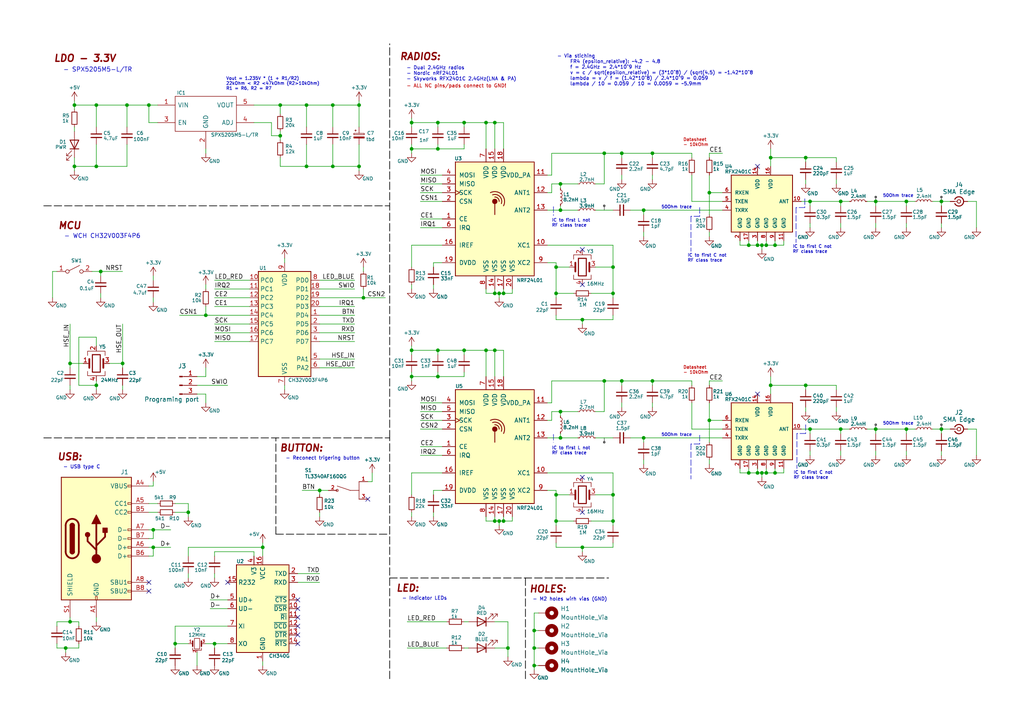
<source format=kicad_sch>
(kicad_sch (version 20250114) (generator "eeschema") (generator_version "9.0")
  (paper "A4")
  (text "IC to first C not\nRF class trace" (at 230.124 137.922 0) (effects (font (size 0.9 0.9)) (justify left)))
  (text "Vout = 1.235V * (1 + R1/R2)\n22kOhm < R2 <47kOhm (R2>10kOhm)\nR1 = R6, R2 = R7" (at 65.532 24.384 0) (effects (font (size 0.9 0.9)) (justify left)))
  (text "IC to first C not\nRF class trace" (at 199.39 74.93 0) (effects (font (size 0.9 0.9)) (justify left)))
  (text "BUTTON:" (at 81.026 131.318 0) (effects (font (size 2 2) (thickness 0.4) (bold yes) (italic yes)) (justify left bottom)))
  (text "50Ohm trace" (at 191.77 60.198 0) (effects (font (size 0.9 0.9)) (justify left)))
  (text "RADIOS:" (at 115.824 17.78 0) (effects (font (size 2 2) (thickness 0.4) (bold yes) (italic yes)) (justify left bottom)))
  (text "- Reconect trigering button" (at 82.804 133.604 0) (effects (font (size 1 1)) (justify left bottom)))
  (text "- Via stiching\n	FR4 (epsilon_relative): ~4.2 - 4.8\n	f = 2.4GHz = 2.4*10^9 Hz\n	v = c / sqrt(epsilon_relative) = (3*10^8) / (sqrt(4.5) = ~1.42*10^8\n	lambda = v / f = (1.42*10^8) / 2.4*10^9 = 0.059\n	lambda / 10 = 0.059 / 10 = 0.0059 = ~5.9mm\n	" (at 161.544 26.67 0) (effects (font (size 1 1)) (justify left bottom)))
  (text "IC to first L not\nRF class trace" (at 160.02 130.81 0) (effects (font (size 0.9 0.9)) (justify left)))
  (text "- ALL NC pins/pads connect to GND!" (at 117.856 25.654 0) (effects (font (size 1 1)) (justify left bottom)))
  (text "- Dual 2.4GHz radios\n- Nordic nRF24L01\n- Skyworks RFX2401C 2.4GHz(LNA & PA)" (at 117.856 23.622 0) (effects (font (size 1 1)) (justify left bottom)))
  (text "Datasheet\n- 10kOhm" (at 198.12 107.442 0) (effects (font (size 0.9 0.9)) (justify left)))
  (text "LDO - 3.3V" (at 15.494 18.288 0) (effects (font (size 2 2) (thickness 0.4) (bold yes) (italic yes)) (justify left bottom)))
  (text "- M2 holes wirh vias (GND)" (at 154.432 174.498 0) (effects (font (size 1 1)) (justify left bottom)))
  (text "USB:" (at 16.51 133.858 0) (effects (font (size 2 2) (thickness 0.4) (bold yes) (italic yes)) (justify left bottom)))
  (text "IC to first L not\nRF class trace" (at 160.02 64.77 0) (effects (font (size 0.9 0.9)) (justify left)))
  (text "Datasheet\n- 10kOhm" (at 198.12 41.402 0) (effects (font (size 0.9 0.9)) (justify left)))
  (text "50Ohm trace" (at 256.032 122.936 0) (effects (font (size 0.9 0.9)) (justify left)))
  (text "- USB type C" (at 18.288 136.144 0) (effects (font (size 1 1)) (justify left bottom)))
  (text "HOLES:" (at 153.416 172.212 0) (effects (font (size 2 2) (thickness 0.4) (bold yes) (italic yes)) (justify left bottom)))
  (text "- Indicator LEDs" (at 116.586 174.244 0) (effects (font (size 1 1)) (justify left bottom)))
  (text "50Ohm trace" (at 191.77 126.238 0) (effects (font (size 0.9 0.9)) (justify left)))
  (text "- WCH CH32V003F4P6" (at 18.542 69.342 0) (effects (font (size 1.27 1.27)) (justify left bottom)))
  (text "MCU" (at 16.764 66.802 0) (effects (font (size 2 2) (thickness 0.4) (bold yes) (italic yes)) (justify left bottom)))
  (text "50Ohm trace" (at 256.032 56.896 0) (effects (font (size 0.9 0.9)) (justify left)))
  (text "LED:" (at 114.808 171.958 0) (effects (font (size 2 2) (thickness 0.4) (bold yes) (italic yes)) (justify left bottom)))
  (text "IC to first C not\nRF class trace" (at 229.87 72.39 0) (effects (font (size 0.9 0.9)) (justify left)))
  (text "- SPX5205M5-L/TR" (at 18.288 21.082 0) (effects (font (size 1.27 1.27)) (justify left bottom)))
  (junction (at 180.34 44.45))
  (junction (at 81.28 39.37))
  (junction (at 162.56 119.38))
  (junction (at 262.89 124.46))
  (junction (at 143.51 151.13))
  (junction (at 21.59 30.48))
  (junction (at 104.14 30.48))
  (junction (at 224.79 137.16))
  (junction (at 143.51 101.6))
  (junction (at 162.56 127))
  (junction (at 161.29 85.09))
  (junction (at 54.61 148.59))
  (junction (at 243.84 58.42))
  (junction (at 59.69 91.44))
  (junction (at 177.8 85.09))
  (junction (at 144.78 151.13))
  (junction (at 243.84 124.46))
  (junction (at 81.28 30.48))
  (junction (at 43.18 30.48))
  (junction (at 273.05 124.46))
  (junction (at 134.62 35.56))
  (junction (at 168.91 92.71))
  (junction (at 233.68 45.72))
  (junction (at 127 101.6))
  (junction (at 127 35.56))
  (junction (at 20.32 180.34))
  (junction (at 127 109.22))
  (junction (at 217.17 71.12))
  (junction (at 127 43.18))
  (junction (at 161.29 77.47))
  (junction (at 76.2 158.75))
  (junction (at 143.51 35.56))
  (junction (at 88.9 30.48))
  (junction (at 27.94 30.48))
  (junction (at 219.71 71.12))
  (junction (at 175.26 44.45))
  (junction (at 220.98 137.16))
  (junction (at 254 58.42))
  (junction (at 186.69 127))
  (junction (at 92.71 142.24))
  (junction (at 224.79 71.12))
  (junction (at 119.38 109.22))
  (junction (at 96.52 30.48))
  (junction (at 29.21 78.74))
  (junction (at 233.68 111.76))
  (junction (at 189.23 44.45))
  (junction (at 147.32 187.96))
  (junction (at 177.8 143.51))
  (junction (at 105.41 86.36))
  (junction (at 205.74 121.92))
  (junction (at 20.32 105.41))
  (junction (at 217.17 137.16))
  (junction (at 273.05 58.42))
  (junction (at 154.94 187.96))
  (junction (at 119.38 101.6))
  (junction (at 140.97 35.56))
  (junction (at 62.23 186.69))
  (junction (at 104.14 48.26))
  (junction (at 262.89 58.42))
  (junction (at 162.56 53.34))
  (junction (at 146.05 85.09))
  (junction (at 177.8 77.47))
  (junction (at 177.8 151.13))
  (junction (at 180.34 110.49))
  (junction (at 222.25 71.12))
  (junction (at 254 124.46))
  (junction (at 27.94 48.26))
  (junction (at 134.62 101.6))
  (junction (at 144.78 85.09))
  (junction (at 175.26 110.49))
  (junction (at 222.25 137.16))
  (junction (at 189.23 110.49))
  (junction (at 35.56 105.41))
  (junction (at 119.38 43.18))
  (junction (at 44.45 158.75))
  (junction (at 205.74 55.88))
  (junction (at 162.56 60.96))
  (junction (at 154.94 193.04))
  (junction (at 19.05 187.96))
  (junction (at 234.95 58.42))
  (junction (at 140.97 101.6))
  (junction (at 154.94 182.88))
  (junction (at 27.94 111.76))
  (junction (at 223.52 111.76))
  (junction (at 44.45 153.67))
  (junction (at 161.29 143.51))
  (junction (at 119.38 35.56))
  (junction (at 219.71 137.16))
  (junction (at 88.9 48.26))
  (junction (at 186.69 60.96))
  (junction (at 21.59 48.26))
  (junction (at 146.05 151.13))
  (junction (at 168.91 158.75))
  (junction (at 143.51 85.09))
  (junction (at 234.95 124.46))
  (junction (at 50.8 186.69))
  (junction (at 96.52 48.26))
  (junction (at 161.29 151.13))
  (junction (at 223.52 45.72))
  (junction (at 36.83 30.48))
  (junction (at 220.98 71.12))
  (no_connect (at 43.18 171.45))
  (no_connect (at 219.71 114.3))
  (no_connect (at 219.71 48.26))
  (no_connect (at 86.36 179.07))
  (no_connect (at 168.91 82.55))
  (no_connect (at 168.91 148.59))
  (no_connect (at 86.36 173.99))
  (no_connect (at 168.91 138.43))
  (no_connect (at 86.36 186.69))
  (no_connect (at 86.36 184.15))
  (no_connect (at 66.04 168.91))
  (no_connect (at 106.68 144.78))
  (no_connect (at 86.36 176.53))
  (no_connect (at 86.36 181.61))
  (no_connect (at 43.18 168.91))
  (no_connect (at 168.91 72.39))
  (wire (pts (xy 270.51 58.42) (xy 273.05 58.42)))
  (wire (pts (xy 127 43.18) (xy 134.62 43.18)))
  (wire (pts (xy 31.75 105.41) (xy 35.56 105.41)))
  (wire (pts (xy 121.92 66.04) (xy 128.27 66.04)))
  (wire (pts (xy 172.72 60.96) (xy 177.8 60.96)))
  (wire (pts (xy 119.38 34.29) (xy 119.38 35.56)))
  (polyline (pts (xy 231.14 125.73) (xy 231.14 135.89)) (stroke (width 0) (type dash)))
  (wire (pts (xy 21.59 45.72) (xy 21.59 48.26)))
  (wire (pts (xy 262.89 124.46) (xy 265.43 124.46)))
  (wire (pts (xy 180.34 50.8) (xy 180.34 52.07)))
  (wire (pts (xy 118.11 180.34) (xy 129.54 180.34)))
  (wire (pts (xy 180.34 44.45) (xy 189.23 44.45)))
  (wire (pts (xy 35.56 105.41) (xy 35.56 106.68)))
  (wire (pts (xy 224.79 69.85) (xy 224.79 71.12)))
  (wire (pts (xy 50.8 181.61) (xy 50.8 186.69)))
  (polyline (pts (xy 113.03 196.85) (xy 113.03 127)) (stroke (width 0.2) (type dash) (color 0 0 0 1)))
  (wire (pts (xy 262.89 58.42) (xy 262.89 59.69)))
  (wire (pts (xy 242.57 46.99) (xy 242.57 45.72)))
  (wire (pts (xy 205.74 55.88) (xy 205.74 50.8)))
  (wire (pts (xy 161.29 157.48) (xy 161.29 158.75)))
  (wire (pts (xy 223.52 45.72) (xy 233.68 45.72)))
  (wire (pts (xy 121.92 116.84) (xy 128.27 116.84)))
  (wire (pts (xy 146.05 35.56) (xy 146.05 43.18)))
  (wire (pts (xy 20.32 179.07) (xy 20.32 180.34)))
  (wire (pts (xy 134.62 101.6) (xy 134.62 102.87)))
  (wire (pts (xy 251.46 58.42) (xy 254 58.42)))
  (wire (pts (xy 119.38 71.12) (xy 119.38 77.47)))
  (wire (pts (xy 161.29 92.71) (xy 168.91 92.71)))
  (wire (pts (xy 177.8 92.71) (xy 177.8 91.44)))
  (wire (pts (xy 223.52 111.76) (xy 233.68 111.76)))
  (wire (pts (xy 44.45 140.97) (xy 43.18 140.97)))
  (wire (pts (xy 59.69 91.44) (xy 72.39 91.44)))
  (wire (pts (xy 209.55 110.49) (xy 205.74 110.49)))
  (wire (pts (xy 81.28 45.72) (xy 81.28 48.26)))
  (wire (pts (xy 143.51 83.82) (xy 143.51 85.09)))
  (wire (pts (xy 127 35.56) (xy 127 36.83)))
  (wire (pts (xy 21.59 31.75) (xy 21.59 30.48)))
  (wire (pts (xy 125.73 82.55) (xy 125.73 83.82)))
  (wire (pts (xy 134.62 180.34) (xy 135.89 180.34)))
  (wire (pts (xy 160.02 116.84) (xy 160.02 110.49)))
  (wire (pts (xy 223.52 48.26) (xy 223.52 45.72)))
  (wire (pts (xy 283.21 66.04) (xy 283.21 58.42)))
  (wire (pts (xy 158.75 127) (xy 162.56 127)))
  (wire (pts (xy 92.71 88.9) (xy 102.87 88.9)))
  (wire (pts (xy 88.9 30.48) (xy 88.9 36.83)))
  (wire (pts (xy 59.69 186.69) (xy 62.23 186.69)))
  (wire (pts (xy 76.2 191.77) (xy 76.2 193.04)))
  (wire (pts (xy 92.71 104.14) (xy 102.87 104.14)))
  (wire (pts (xy 121.92 121.92) (xy 128.27 121.92)))
  (wire (pts (xy 78.74 35.56) (xy 78.74 39.37)))
  (wire (pts (xy 158.75 55.88) (xy 160.02 55.88)))
  (wire (pts (xy 161.29 77.47) (xy 161.29 85.09)))
  (wire (pts (xy 177.8 158.75) (xy 177.8 157.48)))
  (wire (pts (xy 140.97 35.56) (xy 140.97 43.18)))
  (wire (pts (xy 81.28 33.02) (xy 81.28 30.48)))
  (wire (pts (xy 200.66 110.49) (xy 189.23 110.49)))
  (wire (pts (xy 106.68 139.7) (xy 107.95 139.7)))
  (wire (pts (xy 148.59 149.86) (xy 148.59 151.13)))
  (wire (pts (xy 57.15 109.22) (xy 59.69 109.22)))
  (wire (pts (xy 158.75 121.92) (xy 160.02 121.92)))
  (wire (pts (xy 20.32 93.98) (xy 20.32 105.41)))
  (wire (pts (xy 104.14 41.91) (xy 104.14 48.26)))
  (wire (pts (xy 168.91 92.71) (xy 177.8 92.71)))
  (wire (pts (xy 219.71 71.12) (xy 220.98 71.12)))
  (wire (pts (xy 49.53 153.67) (xy 44.45 153.67)))
  (wire (pts (xy 154.94 182.88) (xy 154.94 187.96)))
  (wire (pts (xy 161.29 142.24) (xy 161.29 143.51)))
  (wire (pts (xy 52.07 91.44) (xy 59.69 91.44)))
  (wire (pts (xy 147.32 187.96) (xy 147.32 190.5)))
  (wire (pts (xy 92.71 106.68) (xy 102.87 106.68)))
  (wire (pts (xy 254 58.42) (xy 262.89 58.42)))
  (wire (pts (xy 81.28 30.48) (xy 73.66 30.48)))
  (polyline (pts (xy 80.01 154.94) (xy 80.01 127)) (stroke (width 0.2) (type dash) (color 0 0 0 1)))
  (wire (pts (xy 86.36 166.37) (xy 92.71 166.37)))
  (wire (pts (xy 92.71 86.36) (xy 105.41 86.36)))
  (wire (pts (xy 242.57 118.11) (xy 242.57 119.38)))
  (wire (pts (xy 262.89 130.81) (xy 262.89 132.08)))
  (wire (pts (xy 162.56 53.34) (xy 162.56 54.61)))
  (wire (pts (xy 182.88 60.96) (xy 186.69 60.96)))
  (wire (pts (xy 21.59 36.83) (xy 21.59 38.1)))
  (polyline (pts (xy 202.946 62.738) (xy 200.406 62.738)) (stroke (width 0) (type dash)))
  (wire (pts (xy 162.56 60.96) (xy 167.64 60.96)))
  (wire (pts (xy 125.73 148.59) (xy 125.73 149.86)))
  (wire (pts (xy 161.29 143.51) (xy 165.1 143.51)))
  (wire (pts (xy 92.71 81.28) (xy 102.87 81.28)))
  (wire (pts (xy 86.36 168.91) (xy 92.71 168.91)))
  (wire (pts (xy 27.94 48.26) (xy 36.83 48.26)))
  (wire (pts (xy 189.23 45.72) (xy 189.23 44.45)))
  (wire (pts (xy 27.94 111.76) (xy 27.94 113.03)))
  (wire (pts (xy 21.59 30.48) (xy 27.94 30.48)))
  (wire (pts (xy 119.38 41.91) (xy 119.38 43.18)))
  (wire (pts (xy 186.69 127) (xy 209.55 127)))
  (wire (pts (xy 154.94 193.04) (xy 156.21 193.04)))
  (wire (pts (xy 233.68 52.07) (xy 233.68 53.34)))
  (wire (pts (xy 121.92 63.5) (xy 128.27 63.5)))
  (wire (pts (xy 82.55 76.2) (xy 82.55 74.93)))
  (wire (pts (xy 16.51 180.34) (xy 20.32 180.34)))
  (wire (pts (xy 27.94 100.33) (xy 27.94 97.79)))
  (wire (pts (xy 22.86 97.79) (xy 22.86 111.76)))
  (wire (pts (xy 104.14 48.26) (xy 96.52 48.26)))
  (wire (pts (xy 44.45 153.67) (xy 44.45 156.21)))
  (wire (pts (xy 158.75 116.84) (xy 160.02 116.84)))
  (wire (pts (xy 81.28 39.37) (xy 81.28 40.64)))
  (wire (pts (xy 143.51 35.56) (xy 143.51 43.18)))
  (wire (pts (xy 125.73 76.2) (xy 128.27 76.2)))
  (wire (pts (xy 127 101.6) (xy 127 102.87)))
  (wire (pts (xy 62.23 186.69) (xy 66.04 186.69)))
  (wire (pts (xy 243.84 58.42) (xy 243.84 59.69)))
  (wire (pts (xy 222.25 135.89) (xy 222.25 137.16)))
  (wire (pts (xy 143.51 101.6) (xy 140.97 101.6)))
  (wire (pts (xy 200.66 111.76) (xy 200.66 110.49)))
  (wire (pts (xy 214.63 135.89) (xy 214.63 137.16)))
  (wire (pts (xy 146.05 85.09) (xy 148.59 85.09)))
  (wire (pts (xy 205.74 55.88) (xy 205.74 62.23)))
  (polyline (pts (xy 12.7 127) (xy 113.03 127)) (stroke (width 0.2) (type dash) (color 0 0 0 1)))
  (wire (pts (xy 22.86 187.96) (xy 19.05 187.96)))
  (wire (pts (xy 144.78 85.09) (xy 144.78 86.36)))
  (wire (pts (xy 49.53 158.75) (xy 44.45 158.75)))
  (wire (pts (xy 283.21 132.08) (xy 283.21 124.46)))
  (polyline (pts (xy 200.406 128.778) (xy 200.406 138.938)) (stroke (width 0) (type dash)))
  (wire (pts (xy 189.23 111.76) (xy 189.23 110.49)))
  (wire (pts (xy 44.45 139.7) (xy 44.45 140.97)))
  (wire (pts (xy 140.97 149.86) (xy 140.97 151.13)))
  (polyline (pts (xy 160.528 125.984) (xy 160.528 128.27)) (stroke (width 0) (type dash)))
  (wire (pts (xy 119.38 100.33) (xy 119.38 101.6)))
  (wire (pts (xy 217.17 69.85) (xy 217.17 71.12)))
  (wire (pts (xy 161.29 77.47) (xy 165.1 77.47)))
  (wire (pts (xy 242.57 52.07) (xy 242.57 53.34)))
  (wire (pts (xy 125.73 142.24) (xy 128.27 142.24)))
  (wire (pts (xy 125.73 142.24) (xy 125.73 143.51)))
  (wire (pts (xy 140.97 83.82) (xy 140.97 85.09)))
  (wire (pts (xy 60.96 173.99) (xy 66.04 173.99)))
  (wire (pts (xy 175.26 119.38) (xy 175.26 110.49)))
  (wire (pts (xy 168.91 158.75) (xy 177.8 158.75)))
  (wire (pts (xy 134.62 35.56) (xy 134.62 36.83)))
  (wire (pts (xy 186.69 60.96) (xy 186.69 62.23)))
  (wire (pts (xy 59.69 82.55) (xy 59.69 83.82)))
  (wire (pts (xy 234.95 64.77) (xy 234.95 66.04)))
  (wire (pts (xy 175.26 53.34) (xy 175.26 44.45)))
  (wire (pts (xy 219.71 135.89) (xy 219.71 137.16)))
  (wire (pts (xy 161.29 143.51) (xy 161.29 151.13)))
  (wire (pts (xy 21.59 29.21) (xy 21.59 30.48)))
  (wire (pts (xy 29.21 85.09) (xy 29.21 86.36)))
  (wire (pts (xy 54.61 148.59) (xy 50.8 148.59)))
  (wire (pts (xy 273.05 58.42) (xy 275.59 58.42)))
  (wire (pts (xy 104.14 48.26) (xy 104.14 49.53)))
  (wire (pts (xy 262.89 124.46) (xy 262.89 125.73)))
  (wire (pts (xy 43.18 30.48) (xy 45.72 30.48)))
  (wire (pts (xy 154.94 182.88) (xy 156.21 182.88)))
  (wire (pts (xy 146.05 101.6) (xy 143.51 101.6)))
  (wire (pts (xy 121.92 129.54) (xy 128.27 129.54)))
  (wire (pts (xy 233.68 111.76) (xy 242.57 111.76)))
  (wire (pts (xy 200.66 45.72) (xy 200.66 44.45)))
  (wire (pts (xy 127 35.56) (xy 119.38 35.56)))
  (wire (pts (xy 119.38 44.45) (xy 119.38 43.18)))
  (polyline (pts (xy 233.68 123.19) (xy 233.68 125.73)) (stroke (width 0) (type dash)))
  (wire (pts (xy 54.61 149.86) (xy 54.61 148.59)))
  (polyline (pts (xy 202.946 128.778) (xy 200.406 128.778)) (stroke (width 0) (type dash)))
  (wire (pts (xy 177.8 137.16) (xy 177.8 143.51)))
  (wire (pts (xy 214.63 137.16) (xy 217.17 137.16)))
  (wire (pts (xy 217.17 135.89) (xy 217.17 137.16)))
  (polyline (pts (xy 160.528 59.944) (xy 160.528 62.484)) (stroke (width 0) (type dash)))
  (wire (pts (xy 232.41 58.42) (xy 234.95 58.42)))
  (wire (pts (xy 16.51 187.96) (xy 16.51 186.69)))
  (wire (pts (xy 26.67 78.74) (xy 29.21 78.74)))
  (wire (pts (xy 161.29 151.13) (xy 161.29 152.4)))
  (wire (pts (xy 177.8 77.47) (xy 172.72 77.47)))
  (wire (pts (xy 87.63 142.24) (xy 92.71 142.24)))
  (wire (pts (xy 148.59 83.82) (xy 148.59 85.09)))
  (wire (pts (xy 223.52 43.18) (xy 223.52 45.72)))
  (wire (pts (xy 177.8 71.12) (xy 177.8 77.47)))
  (wire (pts (xy 161.29 158.75) (xy 168.91 158.75)))
  (wire (pts (xy 92.71 142.24) (xy 92.71 143.51)))
  (wire (pts (xy 273.05 130.81) (xy 273.05 132.08)))
  (wire (pts (xy 146.05 101.6) (xy 146.05 109.22)))
  (wire (pts (xy 158.75 71.12) (xy 177.8 71.12)))
  (wire (pts (xy 118.11 187.96) (xy 129.54 187.96)))
  (wire (pts (xy 121.92 55.88) (xy 128.27 55.88)))
  (wire (pts (xy 27.94 30.48) (xy 36.83 30.48)))
  (wire (pts (xy 125.73 76.2) (xy 125.73 77.47)))
  (wire (pts (xy 205.74 67.31) (xy 205.74 68.58)))
  (wire (pts (xy 143.51 149.86) (xy 143.51 151.13)))
  (wire (pts (xy 205.74 121.92) (xy 205.74 128.27)))
  (wire (pts (xy 143.51 187.96) (xy 147.32 187.96)))
  (wire (pts (xy 220.98 71.12) (xy 220.98 72.39)))
  (wire (pts (xy 21.59 48.26) (xy 21.59 49.53)))
  (wire (pts (xy 44.45 153.67) (xy 43.18 153.67)))
  (polyline (pts (xy 202.946 60.198) (xy 202.946 62.738)) (stroke (width 0) (type dash)))
  (wire (pts (xy 81.28 30.48) (xy 88.9 30.48)))
  (wire (pts (xy 44.45 156.21) (xy 43.18 156.21)))
  (wire (pts (xy 19.05 187.96) (xy 19.05 189.23)))
  (wire (pts (xy 96.52 30.48) (xy 96.52 36.83)))
  (wire (pts (xy 20.32 105.41) (xy 20.32 106.68)))
  (wire (pts (xy 62.23 96.52) (xy 72.39 96.52)))
  (wire (pts (xy 162.56 53.34) (xy 167.64 53.34)))
  (wire (pts (xy 62.23 160.02) (xy 73.66 160.02)))
  (wire (pts (xy 144.78 151.13) (xy 144.78 152.4)))
  (polyline (pts (xy 12.7 59.69) (xy 113.03 59.69)) (stroke (width 0.2) (type dash) (color 0 0 0 1)))
  (wire (pts (xy 209.55 58.42) (xy 200.66 58.42)))
  (wire (pts (xy 134.62 187.96) (xy 135.89 187.96)))
  (wire (pts (xy 161.29 91.44) (xy 161.29 92.71)))
  (wire (pts (xy 29.21 78.74) (xy 29.21 80.01)))
  (wire (pts (xy 160.02 53.34) (xy 162.56 53.34)))
  (wire (pts (xy 44.45 86.36) (xy 44.45 87.63)))
  (wire (pts (xy 119.38 82.55) (xy 119.38 83.82)))
  (wire (pts (xy 104.14 30.48) (xy 96.52 30.48)))
  (wire (pts (xy 219.71 137.16) (xy 220.98 137.16)))
  (wire (pts (xy 143.51 180.34) (xy 147.32 180.34)))
  (wire (pts (xy 158.75 60.96) (xy 162.56 60.96)))
  (wire (pts (xy 146.05 83.82) (xy 146.05 85.09)))
  (wire (pts (xy 224.79 137.16) (xy 227.33 137.16)))
  (wire (pts (xy 168.91 92.71) (xy 168.91 93.98)))
  (wire (pts (xy 160.02 121.92) (xy 160.02 119.38)))
  (wire (pts (xy 220.98 71.12) (xy 222.25 71.12)))
  (wire (pts (xy 146.05 149.86) (xy 146.05 151.13)))
  (wire (pts (xy 92.71 93.98) (xy 102.87 93.98)))
  (wire (pts (xy 227.33 69.85) (xy 227.33 71.12)))
  (wire (pts (xy 62.23 186.69) (xy 62.23 187.96)))
  (wire (pts (xy 127 107.95) (xy 127 109.22)))
  (wire (pts (xy 127 41.91) (xy 127 43.18)))
  (wire (pts (xy 160.02 119.38) (xy 162.56 119.38)))
  (wire (pts (xy 76.2 158.75) (xy 76.2 161.29)))
  (wire (pts (xy 180.34 45.72) (xy 180.34 44.45)))
  (wire (pts (xy 205.74 133.35) (xy 205.74 134.62)))
  (wire (pts (xy 19.05 187.96) (xy 16.51 187.96)))
  (wire (pts (xy 92.71 91.44) (xy 102.87 91.44)))
  (wire (pts (xy 205.74 44.45) (xy 205.74 45.72)))
  (wire (pts (xy 234.95 124.46) (xy 234.95 125.73)))
  (polyline (pts (xy 233.68 125.73) (xy 231.14 125.73)) (stroke (width 0) (type dash)))
  (wire (pts (xy 36.83 41.91) (xy 36.83 48.26)))
  (wire (pts (xy 62.23 88.9) (xy 72.39 88.9)))
  (polyline (pts (xy 113.03 127) (xy 113.03 12.7)) (stroke (width 0.2) (type dash) (color 0 0 0 1)))
  (wire (pts (xy 177.8 143.51) (xy 172.72 143.51)))
  (wire (pts (xy 140.97 35.56) (xy 134.62 35.56)))
  (wire (pts (xy 262.89 58.42) (xy 265.43 58.42)))
  (wire (pts (xy 171.45 85.09) (xy 177.8 85.09)))
  (wire (pts (xy 143.51 151.13) (xy 144.78 151.13)))
  (wire (pts (xy 62.23 93.98) (xy 72.39 93.98)))
  (wire (pts (xy 243.84 58.42) (xy 246.38 58.42)))
  (wire (pts (xy 119.38 101.6) (xy 119.38 102.87)))
  (wire (pts (xy 82.55 111.76) (xy 82.55 113.03)))
  (wire (pts (xy 205.74 121.92) (xy 205.74 116.84)))
  (wire (pts (xy 20.32 111.76) (xy 20.32 113.03)))
  (wire (pts (xy 105.41 83.82) (xy 105.41 86.36)))
  (wire (pts (xy 57.15 114.3) (xy 59.69 114.3)))
  (wire (pts (xy 119.38 109.22) (xy 127 109.22)))
  (wire (pts (xy 62.23 83.82) (xy 72.39 83.82)))
  (wire (pts (xy 119.38 107.95) (xy 119.38 109.22)))
  (wire (pts (xy 50.8 146.05) (xy 54.61 146.05)))
  (wire (pts (xy 254 58.42) (xy 254 59.69)))
  (wire (pts (xy 146.05 151.13) (xy 148.59 151.13)))
  (wire (pts (xy 88.9 41.91) (xy 88.9 48.26)))
  (wire (pts (xy 59.69 109.22) (xy 59.69 106.68)))
  (wire (pts (xy 54.61 158.75) (xy 76.2 158.75)))
  (wire (pts (xy 214.63 69.85) (xy 214.63 71.12)))
  (wire (pts (xy 29.21 78.74) (xy 35.56 78.74)))
  (wire (pts (xy 217.17 71.12) (xy 219.71 71.12)))
  (wire (pts (xy 140.97 101.6) (xy 140.97 109.22)))
  (wire (pts (xy 50.8 186.69) (xy 54.61 186.69)))
  (wire (pts (xy 180.34 116.84) (xy 180.34 118.11)))
  (wire (pts (xy 96.52 41.91) (xy 96.52 48.26)))
  (wire (pts (xy 224.79 135.89) (xy 224.79 137.16)))
  (wire (pts (xy 186.69 60.96) (xy 209.55 60.96)))
  (wire (pts (xy 20.32 105.41) (xy 24.13 105.41)))
  (wire (pts (xy 119.38 35.56) (xy 119.38 36.83)))
  (wire (pts (xy 189.23 50.8) (xy 189.23 52.07)))
  (wire (pts (xy 144.78 151.13) (xy 146.05 151.13)))
  (wire (pts (xy 119.38 110.49) (xy 119.38 109.22)))
  (wire (pts (xy 22.86 97.79) (xy 27.94 97.79)))
  (wire (pts (xy 242.57 113.03) (xy 242.57 111.76)))
  (wire (pts (xy 162.56 119.38) (xy 162.56 120.65)))
  (wire (pts (xy 88.9 30.48) (xy 96.52 30.48)))
  (wire (pts (xy 62.23 86.36) (xy 72.39 86.36)))
  (wire (pts (xy 154.94 187.96) (xy 156.21 187.96)))
  (wire (pts (xy 143.51 85.09) (xy 144.78 85.09)))
  (wire (pts (xy 21.59 48.26) (xy 27.94 48.26)))
  (wire (pts (xy 273.05 58.42) (xy 273.05 59.69)))
  (wire (pts (xy 27.94 110.49) (xy 27.94 111.76)))
  (wire (pts (xy 50.8 181.61) (xy 66.04 181.61)))
  (wire (pts (xy 200.66 44.45) (xy 189.23 44.45)))
  (wire (pts (xy 233.68 113.03) (xy 233.68 111.76)))
  (wire (pts (xy 209.55 44.45) (xy 205.74 44.45)))
  (wire (pts (xy 62.23 99.06) (xy 72.39 99.06)))
  (wire (pts (xy 172.72 53.34) (xy 175.26 53.34)))
  (wire (pts (xy 177.8 85.09) (xy 177.8 86.36)))
  (wire (pts (xy 81.28 48.26) (xy 88.9 48.26)))
  (wire (pts (xy 283.21 124.46) (xy 280.67 124.46)))
  (wire (pts (xy 200.66 58.42) (xy 200.66 50.8)))
  (wire (pts (xy 105.41 86.36) (xy 111.76 86.36)))
  (wire (pts (xy 128.27 71.12) (xy 119.38 71.12)))
  (wire (pts (xy 27.94 36.83) (xy 27.94 30.48)))
  (wire (pts (xy 35.56 111.76) (xy 35.56 113.03)))
  (wire (pts (xy 180.34 111.76) (xy 180.34 110.49)))
  (wire (pts (xy 147.32 180.34) (xy 147.32 187.96)))
  (wire (pts (xy 273.05 124.46) (xy 273.05 125.73)))
  (wire (pts (xy 209.55 121.92) (xy 205.74 121.92)))
  (wire (pts (xy 92.71 148.59) (xy 92.71 149.86)))
  (wire (pts (xy 273.05 64.77) (xy 273.05 66.04)))
  (wire (pts (xy 15.24 78.74) (xy 15.24 86.36)))
  (wire (pts (xy 180.34 110.49) (xy 189.23 110.49)))
  (wire (pts (xy 205.74 110.49) (xy 205.74 111.76)))
  (wire (pts (xy 222.25 137.16) (xy 224.79 137.16)))
  (wire (pts (xy 160.02 55.88) (xy 160.02 53.34)))
  (wire (pts (xy 177.8 151.13) (xy 177.8 152.4)))
  (wire (pts (xy 223.52 114.3) (xy 223.52 111.76)))
  (wire (pts (xy 233.68 118.11) (xy 233.68 119.38)))
  (wire (pts (xy 146.05 35.56) (xy 143.51 35.56)))
  (wire (pts (xy 43.18 158.75) (xy 44.45 158.75)))
  (wire (pts (xy 273.05 124.46) (xy 275.59 124.46)))
  (wire (pts (xy 182.88 127) (xy 186.69 127)))
  (wire (pts (xy 162.56 127) (xy 162.56 125.73)))
  (wire (pts (xy 209.55 55.88) (xy 205.74 55.88)))
  (wire (pts (xy 254 124.46) (xy 262.89 124.46)))
  (wire (pts (xy 270.51 124.46) (xy 273.05 124.46)))
  (wire (pts (xy 209.55 124.46) (xy 200.66 124.46)))
  (wire (pts (xy 134.62 35.56) (xy 127 35.56)))
  (wire (pts (xy 119.38 43.18) (xy 127 43.18)))
  (wire (pts (xy 154.94 193.04) (xy 154.94 194.31)))
  (wire (pts (xy 59.69 88.9) (xy 59.69 91.44)))
  (wire (pts (xy 243.84 124.46) (xy 246.38 124.46)))
  (wire (pts (xy 16.51 180.34) (xy 16.51 181.61)))
  (wire (pts (xy 140.97 151.13) (xy 143.51 151.13)))
  (wire (pts (xy 45.72 35.56) (xy 43.18 35.56)))
  (wire (pts (xy 88.9 48.26) (xy 96.52 48.26)))
  (wire (pts (xy 22.86 180.34) (xy 22.86 181.61)))
  (wire (pts (xy 224.79 71.12) (xy 227.33 71.12)))
  (polyline (pts (xy 113.03 167.64) (xy 176.53 167.64)) (stroke (width 0.2) (type dash) (color 0 0 0 1)))
  (wire (pts (xy 36.83 36.83) (xy 36.83 30.48)))
  (polyline (pts (xy 152.4 196.85) (xy 152.4 167.64)) (stroke (width 0.2) (type dash) (color 0 0 0 1)))
  (wire (pts (xy 140.97 101.6) (xy 134.62 101.6)))
  (wire (pts (xy 158.75 142.24) (xy 161.29 142.24)))
  (wire (pts (xy 44.45 158.75) (xy 44.45 161.29)))
  (wire (pts (xy 154.94 187.96) (xy 154.94 193.04)))
  (wire (pts (xy 189.23 116.84) (xy 189.23 118.11)))
  (wire (pts (xy 143.51 35.56) (xy 140.97 35.56)))
  (wire (pts (xy 243.84 124.46) (xy 243.84 125.73)))
  (wire (pts (xy 186.69 127) (xy 186.69 128.27)))
  (wire (pts (xy 154.94 177.8) (xy 156.21 177.8)))
  (wire (pts (xy 127 101.6) (xy 119.38 101.6)))
  (wire (pts (xy 243.84 130.81) (xy 243.84 132.08)))
  (wire (pts (xy 200.66 124.46) (xy 200.66 116.84)))
  (polyline (pts (xy 233.426 60.198) (xy 230.886 60.198)) (stroke (width 0) (type dash)))
  (wire (pts (xy 160.02 110.49) (xy 175.26 110.49)))
  (wire (pts (xy 45.72 146.05) (xy 43.18 146.05)))
  (wire (pts (xy 217.17 137.16) (xy 219.71 137.16)))
  (wire (pts (xy 121.92 53.34) (xy 128.27 53.34)))
  (wire (pts (xy 220.98 137.16) (xy 220.98 138.43)))
  (wire (pts (xy 140.97 85.09) (xy 143.51 85.09)))
  (wire (pts (xy 177.8 77.47) (xy 177.8 85.09)))
  (wire (pts (xy 283.21 58.42) (xy 280.67 58.42)))
  (polyline (pts (xy 230.886 60.198) (xy 230.886 70.358)) (stroke (width 0) (type dash)))
  (wire (pts (xy 243.84 64.77) (xy 243.84 66.04)))
  (wire (pts (xy 171.45 151.13) (xy 177.8 151.13)))
  (wire (pts (xy 254 130.81) (xy 254 132.08)))
  (wire (pts (xy 222.25 71.12) (xy 224.79 71.12)))
  (wire (pts (xy 22.86 187.96) (xy 22.86 186.69)))
  (wire (pts (xy 121.92 58.42) (xy 128.27 58.42)))
  (wire (pts (xy 232.41 124.46) (xy 234.95 124.46)))
  (polyline (pts (xy 80.01 154.94) (xy 113.03 154.94)) (stroke (width 0.2) (type dash) (color 0 0 0 1)))
  (wire (pts (xy 162.56 127) (xy 167.64 127)))
  (wire (pts (xy 57.15 189.23) (xy 57.15 193.04)))
  (wire (pts (xy 134.62 101.6) (xy 127 101.6)))
  (wire (pts (xy 158.75 76.2) (xy 161.29 76.2)))
  (wire (pts (xy 54.61 146.05) (xy 54.61 148.59)))
  (wire (pts (xy 143.51 101.6) (xy 143.51 109.22)))
  (wire (pts (xy 119.38 137.16) (xy 119.38 143.51)))
  (polyline (pts (xy 200.406 62.738) (xy 200.406 72.898)) (stroke (width 0) (type dash)))
  (wire (pts (xy 62.23 166.37) (xy 62.23 167.64)))
  (wire (pts (xy 76.2 157.48) (xy 76.2 158.75)))
  (wire (pts (xy 73.66 160.02) (xy 73.66 161.29)))
  (wire (pts (xy 59.69 114.3) (xy 59.69 116.84)))
  (wire (pts (xy 62.23 161.29) (xy 62.23 160.02)))
  (wire (pts (xy 219.71 69.85) (xy 219.71 71.12)))
  (wire (pts (xy 121.92 119.38) (xy 128.27 119.38)))
  (wire (pts (xy 134.62 109.22) (xy 134.62 107.95)))
  (wire (pts (xy 251.46 124.46) (xy 254 124.46)))
  (wire (pts (xy 223.52 109.22) (xy 223.52 111.76)))
  (wire (pts (xy 60.96 176.53) (xy 66.04 176.53)))
  (wire (pts (xy 234.95 130.81) (xy 234.95 132.08)))
  (wire (pts (xy 22.86 180.34) (xy 20.32 180.34)))
  (wire (pts (xy 73.66 35.56) (xy 78.74 35.56)))
  (wire (pts (xy 127 109.22) (xy 134.62 109.22)))
  (polyline (pts (xy 233.426 57.658) (xy 233.426 60.198)) (stroke (width 0) (type dash)))
  (wire (pts (xy 254 64.77) (xy 254 66.04)))
  (wire (pts (xy 254 124.46) (xy 254 125.73)))
  (wire (pts (xy 162.56 60.96) (xy 162.56 59.69)))
  (wire (pts (xy 57.15 111.76) (xy 66.04 111.76)))
  (wire (pts (xy 262.89 64.77) (xy 262.89 66.04)))
  (wire (pts (xy 222.25 69.85) (xy 222.25 71.12)))
  (wire (pts (xy 227.33 135.89) (xy 227.33 137.16)))
  (wire (pts (xy 104.14 29.21) (xy 104.14 30.48)))
  (wire (pts (xy 186.69 67.31) (xy 186.69 68.58)))
  (wire (pts (xy 107.95 139.7) (xy 107.95 137.16)))
  (wire (pts (xy 43.18 35.56) (xy 43.18 30.48)))
  (wire (pts (xy 161.29 85.09) (xy 161.29 86.36)))
  (wire (pts (xy 44.45 80.01) (xy 44.45 81.28)))
  (wire (pts (xy 160.02 50.8) (xy 160.02 44.45)))
  (wire (pts (xy 175.26 44.45) (xy 180.34 44.45)))
  (wire (pts (xy 162.56 119.38) (xy 167.64 119.38)))
  (wire (pts (xy 175.26 110.49) (xy 180.34 110.49)))
  (wire (pts (xy 104.14 36.83) (xy 104.14 30.48)))
  (wire (pts (xy 27.94 180.34) (xy 27.94 179.07)))
  (wire (pts (xy 121.92 50.8) (xy 128.27 50.8)))
  (polyline (pts (xy 202.946 126.238) (xy 202.946 128.778)) (stroke (width 0) (type dash)))
  (wire (pts (xy 161.29 151.13) (xy 166.37 151.13)))
  (wire (pts (xy 36.83 30.48) (xy 43.18 30.48)))
  (wire (pts (xy 144.78 85.09) (xy 146.05 85.09)))
  (wire (pts (xy 121.92 132.08) (xy 128.27 132.08)))
  (wire (pts (xy 158.75 137.16) (xy 177.8 137.16)))
  (wire (pts (xy 154.94 177.8) (xy 154.94 182.88)))
  (wire (pts (xy 234.95 58.42) (xy 243.84 58.42)))
  (wire (pts (xy 105.41 77.47) (xy 105.41 78.74)))
  (wire (pts (xy 177.8 143.51) (xy 177.8 151.13)))
  (wire (pts (xy 172.72 119.38) (xy 175.26 119.38)))
  (wire (pts (xy 161.29 85.09) (xy 166.37 85.09)))
  (wire (pts (xy 92.71 83.82) (xy 102.87 83.82)))
  (wire (pts (xy 220.98 137.16) (xy 222.25 137.16)))
  (wire (pts (xy 92.71 99.06) (xy 102.87 99.06)))
  (wire (pts (xy 234.95 124.46) (xy 243.84 124.46)))
  (wire (pts (xy 92.71 96.52) (xy 102.87 96.52)))
  (wire (pts (xy 168.91 158.75) (xy 168.91 160.02)))
  (wire (pts (xy 234.95 58.42) (xy 234.95 59.69)))
  (wire (pts (xy 160.02 44.45) (xy 175.26 44.45)))
  (wire (pts (xy 45.72 148.59) (xy 43.18 148.59)))
  (wire (pts (xy 22.86 111.76) (xy 27.94 111.76)))
  (wire (pts (xy 186.69 133.35) (xy 186.69 134.62)))
  (wire (pts (xy 54.61 158.75) (xy 54.61 161.29)))
  (wire (pts (xy 233.68 46.99) (xy 233.68 45.72)))
  (wire (pts (xy 15.24 78.74) (xy 16.51 78.74)))
  (wire (pts (xy 62.23 81.28) (xy 72.39 81.28)))
  (wire (pts (xy 44.45 161.29) (xy 43.18 161.29)))
  (wire (pts (xy 27.94 41.91) (xy 27.94 48.26)))
  (wire (pts (xy 92.71 142.24) (xy 95.25 142.24)))
  (wire (pts (xy 35.56 93.98) (xy 35.56 105.41)))
  (wire (pts (xy 214.63 71.12) (xy 217.17 71.12)))
  (wire (pts (xy 59.69 43.18) (xy 59.69 44.45)))
  (wire (pts (xy 128.27 137.16) (xy 119.38 137.16)))
  (wire (pts (xy 233.68 45.72) (xy 242.57 45.72)))
  (wire (pts (xy 50.8 186.69) (xy 50.8 187.96)))
  (wire (pts (xy 81.28 38.1) (xy 81.28 39.37)))
  (wire (pts (xy 119.38 148.59) (xy 119.38 149.86)))
  (wire (pts (xy 54.61 166.37) (xy 54.61 167.64)))
  (wire (pts (xy 121.92 124.46) (xy 128.27 124.46)))
  (wire (pts (xy 78.74 39.37) (xy 81.28 39.37)))
  (wire (pts (xy 158.75 50.8) (xy 160.02 50.8)))
  (wire (pts (xy 134.62 43.18) (xy 134.62 41.91)))
  (wire (pts (xy 161.29 76.2) (xy 161.29 77.47)))
  (wire (pts (xy 172.72 127) (xy 177.8 127)))
  (label "CSN2" (at 111.76 86.36 180))
  (label "IRQ1" (at 102.87 88.9 180))
  (label "IRQ2" (at 62.23 83.82 0))
  (label "CE1" (at 62.23 88.9 0))
  (label "D+" (at 49.53 158.75 180))
  (label "MOSI" (at 121.92 116.84 0))
  (label "LED_RED" (at 118.11 180.34 0))
  (label "MOSI" (at 62.23 96.52 0))
  (label "D+" (at 60.96 173.99 0))
  (label "SWIO" (at 66.04 111.76 180))
  (label "SWIO" (at 102.87 83.82 180))
  (label "IRQ1" (at 121.92 66.04 0))
  (label "MOSI" (at 121.92 50.8 0))
  (label "IRQ2" (at 121.92 132.08 0))
  (label "BTN" (at 102.87 91.44 180))
  (label "TXD" (at 102.87 93.98 180))
  (label "SCK" (at 121.92 121.92 0))
  (label "NRST" (at 35.56 78.74 180))
  (label "LED_BLUE" (at 118.11 187.96 0))
  (label "CSN1" (at 52.07 91.44 0))
  (label "MISO" (at 62.23 99.06 0))
  (label "NRST" (at 102.87 99.06 180))
  (label "D-" (at 60.96 176.53 0))
  (label "SCK" (at 62.23 93.98 0))
  (label "HSE_IN" (at 102.87 104.14 180))
  (label "D-" (at 49.53 153.67 180))
  (label "CE1" (at 121.92 63.5 0))
  (label "CE1" (at 209.55 44.45 180))
  (label "SCK" (at 121.92 55.88 0))
  (label "RXD" (at 102.87 96.52 180))
  (label "CSN1" (at 121.92 58.42 0))
  (label "MISO" (at 121.92 53.34 0))
  (label "CE2" (at 209.55 110.49 180))
  (label "HSE_OUT" (at 102.87 106.68 180))
  (label "HSE_OUT" (at 35.56 93.98 270))
  (label "CE2" (at 121.92 129.54 0))
  (label "LED_RED" (at 62.23 81.28 0))
  (label "LED_BLUE" (at 102.87 81.28 180))
  (label "CSN2" (at 121.92 124.46 0))
  (label "TXD" (at 92.71 166.37 180))
  (label "BTN" (at 87.63 142.24 0))
  (label "CE2" (at 62.23 86.36 0))
  (label "MISO" (at 121.92 119.38 0))
  (label "RXD" (at 92.71 168.91 180))
  (label "HSE_IN" (at 20.32 93.98 270))
  (netclass_flag "" (length 1.27) (shape dot) (at 175.26 127 180) (property "Netclass" "RF" (effects (hide yes))))
  (netclass_flag "" (length 1.27) (shape dot) (at 254 58.42 0) (property "Netclass" "RF" (effects (hide yes))))
  (netclass_flag "" (length 1.27) (shape dot) (at 273.05 58.42 0) (property "Netclass" "RF" (effects (hide yes))))
  (netclass_flag "" (length 1.27) (shape dot) (at 273.05 124.46 0) (property "Netclass" "RF" (effects (hide yes))))
  (netclass_flag "" (length 1.27) (shape dot) (at 175.26 60.96 0) (property "Netclass" "RF" (effects (hide yes))))
  (netclass_flag "" (length 1.27) (shape dot) (at 254 124.46 0) (property "Netclass" "RF" (effects (hide yes))))
  (symbol (lib_id "power:GND") (at 144.78 152.4 0) (unit 1)
    (property "Reference" "#PWR053" (effects (hide yes)))
    (property "Value" "GND" (at 147.32 154.686 0) (effects (font (size 1 1))))
  )
  (symbol (lib_id "Device:C_Small") (at 16.51 184.15 0) (mirror x) (unit 1)
    (property "Reference" "C14" (at 18.034 183.388 0) (effects (font (size 1 1)) (justify left)))
    (property "Value" "10nF" (at 18.034 185.166 0) (effects (font (size 1 1)) (justify left)))
    (property "Footprint" "Capacitor_SMD:C_0603_1608Metric" (effects (hide yes)))
  )
  (symbol (lib_id "Device:L_Small") (at 248.92 124.46 90) (unit 1)
    (property "Reference" "L9" (at 248.666 121.412 90) (effects (font (size 1 1)) (justify left)))
    (property "Value" "2.4nH" (at 251.206 122.936 90) (effects (font (size 1 1)) (justify left)))
    (property "Footprint" "Inductor_SMD:L_0402_1005Metric" (effects (hide yes)))
    (property "Description" "Inductor, small symbol" (effects (hide yes)))
  )
  (symbol (lib_id "power:GND") (at 119.38 149.86 0) (unit 1)
    (property "Reference" "#PWR051" (effects (hide yes)))
    (property "Value" "GND" (at 121.92 152.146 0) (effects (font (size 1 1))))
  )
  (symbol (lib_id "power:+3.3V") (at 21.59 29.21 0) (unit 1)
    (property "Reference" "#PWR010" (effects (hide yes)))
    (property "Value" "+5V" (at 21.59 25.4 0) (effects (font (size 1 1))))
  )
  (symbol (lib_id "Device:C_Small") (at 161.29 154.94 0) (mirror x) (unit 1)
    (property "Reference" "C20" (at 159.004 154.178 0) (effects (font (size 1 1)) (justify right)))
    (property "Value" "22pF" (at 159.258 155.956 0) (effects (font (size 1 1)) (justify right)))
    (property "Footprint" "Capacitor_SMD:C_0402_1005Metric" (effects (hide yes)))
    (property "Description" "Unpolarized capacitor, small symbol" (effects (hide yes)))
  )
  (symbol (lib_id "power:+3.3V") (at 44.45 80.01 0) (unit 1)
    (property "Reference" "#PWR01" (effects (hide yes)))
    (property "Value" "+3.3V" (at 44.45 76.2 0) (effects (font (size 1 1))))
  )
  (symbol (lib_id "power:GND") (at 20.32 113.03 0) (unit 1)
    (property "Reference" "#PWR05" (effects (hide yes)))
    (property "Value" "GND" (at 17.78 115.316 0) (effects (font (size 1 1))))
  )
  (symbol (lib_id "power:GND") (at 168.91 160.02 0) (unit 1)
    (property "Reference" "#PWR054" (effects (hide yes)))
    (property "Value" "GND" (at 170.9554 162.7802 0) (effects (font (size 1 1))))
  )
  (symbol (lib_id "Device:R_Small") (at 200.66 48.26 0) (mirror y) (unit 1)
    (property "Reference" "R16" (at 199.644 47.498 0) (effects (font (size 1 1)) (justify left)))
    (property "Value" "1k" (at 199.644 49.022 0) (effects (font (size 1 1)) (justify left)))
    (property "Footprint" "Resistor_SMD:R_0402_1005Metric" (effects (hide yes)))
    (property "Description" "Resistor, small symbol" (effects (hide yes)))
  )
  (symbol (lib_id "power:GND") (at 262.89 66.04 0) (mirror y) (unit 1)
    (property "Reference" "#PWR045" (effects (hide yes)))
    (property "Value" "GND" (at 260.8446 68.8002 0) (effects (font (size 1 1))))
  )
  (symbol (lib_id "Device:R_Small") (at 22.86 184.15 0) (mirror x) (unit 1)
    (property "Reference" "R11" (at 24.13 183.388 0) (effects (font (size 1 1)) (justify left)))
    (property "Value" "10k" (at 24.13 185.166 0) (effects (font (size 1 1)) (justify left)))
    (property "Footprint" "Resistor_SMD:R_0603_1608Metric" (effects (hide yes)))
  )
  (symbol (lib_id "Device:C_Small") (at 186.69 130.81 0) (mirror y) (unit 1)
    (property "Reference" "C38" (at 188.722 130.048 0) (effects (font (size 1 1)) (justify right)))
    (property "Value" "1pF" (at 188.722 131.572 0) (effects (font (size 1 1)) (justify right)))
    (property "Footprint" "Capacitor_SMD:C_0402_1005Metric" (effects (hide yes)))
    (property "Description" "Unpolarized capacitor, small symbol" (effects (hide yes)))
  )
  (symbol (lib_id "power:GND") (at 180.34 52.07 0) (mirror y) (unit 1)
    (property "Reference" "#PWR035" (effects (hide yes)))
    (property "Value" "GND" (at 178.2946 54.8302 0) (effects (font (size 1 1))))
  )
  (symbol (lib_id "power:GND") (at 82.55 113.03 0) (unit 1)
    (property "Reference" "#PWR03" (effects (hide yes)))
    (property "Value" "GND" (at 85.09 115.316 0) (effects (font (size 1 1))))
  )
  (symbol (lib_id "Device:LED") (at 139.7 187.96 180) (unit 1)
    (property "Reference" "D2" (at 139.7 183.896 0) (effects (font (size 1 1))))
    (property "Value" "BLUE" (at 139.7 185.42 0) (effects (font (size 1 1))))
    (property "Footprint" "LED_SMD:LED_1206_3216Metric" (effects (hide yes)))
    (property "Description" "Light emitting diode" (effects (hide yes)))
  )
  (symbol (lib_id "Connector:USB_C_Receptacle_USB2.0") (at 27.94 156.21 0) (unit 1)
    (property "Reference" "J1" (at 37.338 136.906 0) (effects (justify right)))
    (property "Value" "USB_C_Receptacle_USB2.0" (effects (hide yes)))
    (property "Footprint" "Connector_USB:USB_C_Receptacle_XKB_U262-16XN-4BVC11" (effects (hide yes)))
    (property "Datasheet" "https://www.usb.org/sites/default/files/documents/usb_type-c.zip" (effects (hide yes)))
  )
  (symbol (lib_id "Device:C_Small") (at 243.84 128.27 0) (mirror y) (unit 1)
    (property "Reference" "C43" (at 245.618 127.508 0) (effects (font (size 1 1)) (justify right)))
    (property "Value" "1.5pF" (at 245.618 129.032 0) (effects (font (size 1 1)) (justify right)))
    (property "Footprint" "Capacitor_SMD:C_0402_1005Metric" (effects (hide yes)))
    (property "Description" "Unpolarized capacitor, small symbol" (effects (hide yes)))
  )
  (symbol (lib_id "Device:R_Small") (at 205.74 114.3 0) (unit 1)
    (property "Reference" "R21" (at 206.756 113.538 0) (effects (font (size 1 1)) (justify left)))
    (property "Value" "1k" (at 206.756 115.062 0) (effects (font (size 1 1)) (justify left)))
    (property "Footprint" "Resistor_SMD:R_0402_1005Metric" (effects (hide yes)))
    (property "Description" "Resistor, small symbol" (effects (hide yes)))
  )
  (symbol (lib_id "power:GND") (at 220.98 72.39 0) (unit 1)
    (property "Reference" "#PWR038" (effects (hide yes)))
    (property "Value" "GND" (at 223.0254 75.1502 0) (effects (font (size 1 1))))
  )
  (symbol (lib_id "Device:C_Small") (at 35.56 109.22 0) (unit 1)
    (property "Reference" "C3" (at 37.338 108.204 0) (effects (font (size 1 1)) (justify left)))
    (property "Value" "22pF" (at 37.338 110.236 0) (effects (font (size 1 1)) (justify left)))
    (property "Footprint" "Capacitor_SMD:C_0402_1005Metric" (effects (hide yes)))
  )
  (symbol (lib_id "power:+3.3V") (at 76.2 157.48 0) (mirror y) (unit 1)
    (property "Reference" "#PWR020" (effects (hide yes)))
    (property "Value" "+5V" (at 73.66 154.94 0) (effects (font (size 1 1))))
  )
  (symbol (lib_id "power:GND") (at 243.84 132.08 0) (mirror y) (unit 1)
    (property "Reference" "#PWR064" (effects (hide yes)))
    (property "Value" "GND" (at 241.7946 134.8402 0) (effects (font (size 1 1))))
  )
  (symbol (lib_id "Device:C_Small") (at 62.23 190.5 180) (unit 1)
    (property "Reference" "C13" (at 64.516 189.738 0) (effects (font (size 1 1)) (justify right)))
    (property "Value" "22pF" (at 64.262 191.516 0) (effects (font (size 1 1)) (justify right)))
    (property "Footprint" "Capacitor_SMD:C_0402_1005Metric" (effects (hide yes)))
    (property "Description" "Unpolarized capacitor, small symbol" (effects (hide yes)))
  )
  (symbol (lib_id "Device:C_Small") (at 243.84 62.23 0) (mirror y) (unit 1)
    (property "Reference" "C26" (at 245.618 61.468 0) (effects (font (size 1 1)) (justify right)))
    (property "Value" "1.5pF" (at 245.618 62.992 0) (effects (font (size 1 1)) (justify right)))
    (property "Footprint" "Capacitor_SMD:C_0402_1005Metric" (effects (hide yes)))
    (property "Description" "Unpolarized capacitor, small symbol" (effects (hide yes)))
  )
  (symbol (lib_id "Switch:SW_SPST") (at 21.59 78.74 0) (unit 1)
    (property "Reference" "SW1" (at 22.225 75.565 0) (effects (font (size 1 1))))
    (property "Value" "SW_SPST" (effects (hide yes)))
    (property "Footprint" "Button_Switch_SMD:SW_Push_1P1T_NO_CK_KMR2" (effects (hide yes)))
  )
  (symbol (lib_id "Device:C_Small") (at 242.57 115.57 0) (mirror y) (unit 1)
    (property "Reference" "C42" (at 244.602 114.808 0) (effects (font (size 1 1)) (justify right)))
    (property "Value" "1uF" (at 244.602 116.332 0) (effects (font (size 1 1)) (justify right)))
    (property "Footprint" "Capacitor_SMD:C_0402_1005Metric" (effects (hide yes)))
    (property "Description" "Unpolarized capacitor, small symbol" (effects (hide yes)))
  )
  (symbol (lib_id "power:+3.3V") (at 59.69 106.68 0) (unit 1)
    (property "Reference" "#PWR070" (effects (hide yes)))
    (property "Value" "+3.3V" (at 59.69 102.87 0) (effects (font (size 1 1))))
  )
  (symbol (lib_id "Connector:Conn_Coaxial_Small") (at 278.13 124.46 0) (unit 1)
    (property "Reference" "J2" (at 278.13 119.634 0))
    (property "Value" "SMA Edge" (at 278.13 121.666 0))
    (property "Footprint" "Connector_Coaxial:SMA_Samtec_SMA-J-P-X-ST-EM1_EdgeMount" (effects (hide yes)))
    (property "Datasheet" " ~" (effects (hide yes)))
    (property "Description" "small coaxial connector (BNC, SMA, SMB, SMC, Cinch/RCA, LEMO, ...)" (effects (hide yes)))
  )
  (symbol (lib_id "Device:L_Small") (at 162.56 57.15 0) (unit 1)
    (property "Reference" "L1" (at 163.322 56.388 0) (effects (font (size 1 1)) (justify left)))
    (property "Value" "8.2nH" (at 163.322 57.912 0) (effects (font (size 1 1)) (justify left)))
    (property "Footprint" "Inductor_SMD:L_0402_1005Metric" (effects (hide yes)))
    (property "Description" "Inductor, small symbol" (effects (hide yes)))
  )
  (symbol (lib_id "Device:C_Small") (at 262.89 128.27 0) (mirror y) (unit 1)
    (property "Reference" "C45" (at 264.668 127.508 0) (effects (font (size 1 1)) (justify right)))
    (property "Value" "1.5pF" (at 264.668 129.032 0) (effects (font (size 1 1)) (justify right)))
    (property "Footprint" "Capacitor_SMD:C_0402_1005Metric" (effects (hide yes)))
    (property "Description" "Unpolarized capacitor, small symbol" (effects (hide yes)))
  )
  (symbol (lib_id "power:+3.3V") (at 223.52 43.18 0) (unit 1)
    (property "Reference" "#PWR039" (effects (hide yes)))
    (property "Value" "+3.3V" (at 223.52 39.37 0) (effects (font (size 1 1))))
  )
  (symbol (lib_id "Device:Crystal_GND24") (at 168.91 143.51 0) (unit 1)
    (property "Reference" "Y4" (at 171.196 138.938 0) (effects (font (size 1 1))))
    (property "Value" "16MHz" (at 172.72 148.336 0) (effects (font (size 1 1))))
    (property "Footprint" "Crystal:Crystal_SMD_3225-4Pin_3.2x2.5mm" (effects (hide yes)))
  )
  (symbol (lib_id "Device:C_Small") (at 233.68 49.53 0) (mirror y) (unit 1)
    (property "Reference" "C24" (at 235.712 48.768 0) (effects (font (size 1 1)) (justify right)))
    (property "Value" "220pF" (at 235.712 50.292 0) (effects (font (size 1 1)) (justify right)))
    (property "Footprint" "Capacitor_SMD:C_0402_1005Metric" (effects (hide yes)))
    (property "Description" "Unpolarized capacitor, small symbol" (effects (hide yes)))
  )
  (symbol (lib_id "Device:C_Small") (at 177.8 88.9 0) (mirror x) (unit 1)
    (property "Reference" "C19" (at 175.514 88.138 0) (effects (font (size 1 1)) (justify right)))
    (property "Value" "22pF" (at 175.768 89.916 0) (effects (font (size 1 1)) (justify right)))
    (property "Footprint" "Capacitor_SMD:C_0402_1005Metric" (effects (hide yes)))
    (property "Description" "Unpolarized capacitor, small symbol" (effects (hide yes)))
  )
  (symbol (lib_id "Device:C_Small") (at 189.23 114.3 0) (mirror y) (unit 1)
    (property "Reference" "C39" (at 191.262 113.538 0) (effects (font (size 1 1)) (justify right)))
    (property "Value" "4.7pF" (at 191.262 115.062 0) (effects (font (size 1 1)) (justify right)))
    (property "Footprint" "Capacitor_SMD:C_0402_1005Metric" (effects (hide yes)))
    (property "Description" "Unpolarized capacitor, small symbol" (effects (hide yes)))
  )
  (symbol (lib_id "RFX2401C:RFX2401C") (at 220.98 58.42 0) (unit 1)
    (property "Reference" "U4" (at 211.328 48.26 0) (effects (font (size 1 1))))
    (property "Value" "RFX2401C" (at 214.122 49.784 0) (effects (font (size 1 1))))
    (property "Footprint" "RFX2401C:QFN50P300X300X60-17N" (effects (hide yes)))
    (property "Description" "RF Front End 2.4GHz ~ 2.5GHz 802.15.4, Zigbee® 16-QFN (3x3)" (effects (hide yes)))
    (property "MF" "Skyworks Solutions" (effects (hide yes)))
    (property "MOUSER-PURCHASE-URL" "https://snapeda.com/shop?store=Mouser&id=556493" (effects (hide yes)))
    (property "PACKAGE" "UFQFN-16 Skyworks Solutions" (effects (hide yes)))
    (property "PRICE" "None" (effects (hide yes)))
    (property "Package" "UFQFN-16 Skyworks Solutions" (effects (hide yes)))
    (property "Check_prices" "https://www.snapeda.com/parts/RFX2401C/Skyworks+Solution%252C+Inc./view-part/?ref=eda" (effects (hide yes)))
    (property "Price" "None" (effects (hide yes)))
    (property "SnapEDA_Link" "https://www.snapeda.com/parts/RFX2401C/Skyworks+Solution%252C+Inc./view-part/?ref=snap" (effects (hide yes)))
    (property "MP" "RFX2401C" (effects (hide yes)))
    (property "DIGIKEY-PURCHASE-URL" "https://snapeda.com/shop?store=DigiKey&id=556493" (effects (hide yes)))
    (property "Availability" "In Stock" (effects (hide yes)))
    (property "AVAILABILITY" "Unavailable" (effects (hide yes)))
    (property "Description_1" "\n                        \n                            RF Front End 2.4GHz ~ 2.5GHz 802.15.4, Zigbee® 16-QFN (3x3)\n                        \n" (effects (hide yes)))
  )
  (symbol (lib_id "Connector:Conn_Coaxial_Small") (at 278.13 58.42 0) (unit 1)
    (property "Reference" "J4" (at 278.13 53.594 0))
    (property "Value" "SMA Edge" (at 278.13 55.626 0))
    (property "Footprint" "Connector_Coaxial:SMA_Samtec_SMA-J-P-X-ST-EM1_EdgeMount" (effects (hide yes)))
    (property "Datasheet" " ~" (effects (hide yes)))
    (property "Description" "small coaxial connector (BNC, SMA, SMB, SMC, Cinch/RCA, LEMO, ...)" (effects (hide yes)))
  )
  (symbol (lib_id "Mechanical:MountingHole_Pad_MP") (at 158.75 182.88 270) (unit 1) (in_bom no)
    (property "Reference" "H2" (at 162.56 181.6099 90) (effects (justify left)))
    (property "Value" "MountHole_Via" (at 162.56 184.1499 90) (effects (justify left)))
    (property "Footprint" "MountingHole:MountingHole_2.2mm_M2_Pad_Via" (effects (hide yes)))
    (property "Description" "Mounting Hole with connection as pad named MP" (effects (hide yes)))
  )
  (symbol (lib_id "power:GND") (at 234.95 66.04 0) (mirror y) (unit 1)
    (property "Reference" "#PWR048" (effects (hide yes)))
    (property "Value" "GND" (at 232.9046 68.8002 0) (effects (font (size 1 1))))
  )
  (symbol (lib_id "power:GND") (at 35.56 113.03 0) (unit 1)
    (property "Reference" "#PWR07" (effects (hide yes)))
    (property "Value" "GND" (at 33.274 115.57 0) (effects (font (size 1 1))))
  )
  (symbol (lib_id "power:GND") (at 189.23 52.07 0) (mirror y) (unit 1)
    (property "Reference" "#PWR036" (effects (hide yes)))
    (property "Value" "GND" (at 187.1846 54.8302 0) (effects (font (size 1 1))))
  )
  (symbol (lib_id "power:GND") (at 189.23 118.11 0) (mirror y) (unit 1)
    (property "Reference" "#PWR057" (effects (hide yes)))
    (property "Value" "GND" (at 187.1846 120.8702 0) (effects (font (size 1 1))))
  )
  (symbol (lib_id "Device:C_Small") (at 127 39.37 0) (unit 1)
    (property "Reference" "C17" (at 124.46 38.1063 0) (effects (font (size 1 1)) (justify right)))
    (property "Value" "1nF" (at 124.46 40.6463 0) (effects (font (size 1 1)) (justify right)))
    (property "Footprint" "Capacitor_SMD:C_0402_1005Metric" (effects (hide yes)))
    (property "Description" "Unpolarized capacitor, small symbol" (effects (hide yes)))
  )
  (symbol (lib_id "power:GND") (at 254 66.04 0) (mirror y) (unit 1)
    (property "Reference" "#PWR044" (effects (hide yes)))
    (property "Value" "GND" (at 251.9546 68.8002 0) (effects (font (size 1 1))))
  )
  (symbol (lib_id "Device:C_Small") (at 119.38 39.37 0) (unit 1)
    (property "Reference" "C16" (at 117.348 38.608 0) (effects (font (size 1 1)) (justify right)))
    (property "Value" "10nF" (at 117.348 40.132 0) (effects (font (size 1 1)) (justify right)))
    (property "Footprint" "Capacitor_SMD:C_0402_1005Metric" (effects (hide yes)))
    (property "Description" "Unpolarized capacitor, small symbol" (effects (hide yes)))
  )
  (symbol (lib_id "Device:C_Small") (at 242.57 49.53 0) (mirror y) (unit 1)
    (property "Reference" "C25" (at 244.602 48.768 0) (effects (font (size 1 1)) (justify right)))
    (property "Value" "1uF" (at 244.602 50.292 0) (effects (font (size 1 1)) (justify right)))
    (property "Footprint" "Capacitor_SMD:C_0402_1005Metric" (effects (hide yes)))
    (property "Description" "Unpolarized capacitor, small symbol" (effects (hide yes)))
  )
  (symbol (lib_id "power:GND") (at 125.73 149.86 0) (unit 1)
    (property "Reference" "#PWR052" (effects (hide yes)))
    (property "Value" "GND" (at 128.27 152.146 0) (effects (font (size 1 1))))
  )
  (symbol (lib_id "power:GND") (at 180.34 118.11 0) (mirror y) (unit 1)
    (property "Reference" "#PWR055" (effects (hide yes)))
    (property "Value" "GND" (at 178.2946 120.8702 0) (effects (font (size 1 1))))
  )
  (symbol (lib_id "Device:L_Small") (at 170.18 119.38 90) (unit 1)
    (property "Reference" "L7" (at 170.18 116.586 90) (effects (font (size 1 1)) (justify left)))
    (property "Value" "2.7nH" (at 172.466 118.11 90) (effects (font (size 1 1)) (justify left)))
    (property "Footprint" "Inductor_SMD:L_0402_1005Metric" (effects (hide yes)))
    (property "Description" "Inductor, small symbol" (effects (hide yes)))
  )
  (symbol (lib_id "Device:C_Small") (at 180.34 48.26 0) (mirror y) (unit 1)
    (property "Reference" "C22" (at 182.372 47.498 0) (effects (font (size 1 1)) (justify right)))
    (property "Value" "2.2nF" (at 182.372 49.022 0) (effects (font (size 1 1)) (justify right)))
    (property "Footprint" "Capacitor_SMD:C_0402_1005Metric" (effects (hide yes)))
    (property "Description" "Unpolarized capacitor, small symbol" (effects (hide yes)))
  )
  (symbol (lib_id "Device:C_Small") (at 50.8 190.5 0) (mirror x) (unit 1)
    (property "Reference" "C10" (at 48.514 189.738 0) (effects (font (size 1 1)) (justify right)))
    (property "Value" "22pF" (at 48.768 191.516 0) (effects (font (size 1 1)) (justify right)))
    (property "Footprint" "Capacitor_SMD:C_0402_1005Metric" (effects (hide yes)))
    (property "Description" "Unpolarized capacitor, small symbol" (effects (hide yes)))
  )
  (symbol (lib_id "power:GND") (at 54.61 167.64 0) (unit 1)
    (property "Reference" "#PWR016" (effects (hide yes)))
    (property "Value" "GND" (at 52.07 169.926 0) (effects (font (size 1 1))))
  )
  (symbol (lib_id "Device:Crystal_GND24") (at 168.91 77.47 0) (unit 1)
    (property "Reference" "Y3" (at 171.196 72.898 0) (effects (font (size 1 1))))
    (property "Value" "16MHz" (at 172.72 82.296 0) (effects (font (size 1 1))))
    (property "Footprint" "Crystal:Crystal_SMD_3225-4Pin_3.2x2.5mm" (effects (hide yes)))
  )
  (symbol (lib_id "Device:C_Small") (at 36.83 39.37 0) (mirror y) (unit 1)
    (property "Reference" "C6" (at 41.656 38.608 0) (effects (font (size 1 1)) (justify left)))
    (property "Value" "100nF" (at 43.434 40.386 0) (effects (font (size 1 1)) (justify left)))
    (property "Footprint" "Capacitor_SMD:C_0603_1608Metric" (effects (hide yes)))
  )
  (symbol (lib_id "Device:C_Small") (at 127 105.41 0) (unit 1)
    (property "Reference" "C33" (at 124.968 104.648 0) (effects (font (size 1 1)) (justify right)))
    (property "Value" "1nF" (at 124.968 106.172 0) (effects (font (size 1 1)) (justify right)))
    (property "Footprint" "Capacitor_SMD:C_0402_1005Metric" (effects (hide yes)))
    (property "Description" "Unpolarized capacitor, small symbol" (effects (hide yes)))
  )
  (symbol (lib_id "power:+3.3V") (at 119.38 100.33 0) (unit 1)
    (property "Reference" "#PWR049" (effects (hide yes)))
    (property "Value" "+3.3V" (at 119.38 96.52 0) (effects (font (size 1 1))))
  )
  (symbol (lib_id "power:GND") (at 262.89 132.08 0) (mirror y) (unit 1)
    (property "Reference" "#PWR066" (effects (hide yes)))
    (property "Value" "GND" (at 260.8446 134.8402 0) (effects (font (size 1 1))))
  )
  (symbol (lib_id "Device:C_Small") (at 262.89 62.23 0) (mirror y) (unit 1)
    (property "Reference" "C28" (at 264.668 61.468 0) (effects (font (size 1 1)) (justify right)))
    (property "Value" "1.5pF" (at 264.668 62.992 0) (effects (font (size 1 1)) (justify right)))
    (property "Footprint" "Capacitor_SMD:C_0402_1005Metric" (effects (hide yes)))
    (property "Description" "Unpolarized capacitor, small symbol" (effects (hide yes)))
  )
  (symbol (lib_id "power:GND") (at 242.57 119.38 0) (unit 1)
    (property "Reference" "#PWR063" (effects (hide yes)))
    (property "Value" "GND" (at 244.6154 122.1402 0) (effects (font (size 1 1))))
  )
  (symbol (lib_id "Device:C_Small") (at 273.05 128.27 0) (mirror y) (unit 1)
    (property "Reference" "C46" (at 274.828 127.508 0) (effects (font (size 1 1)) (justify right)))
    (property "Value" "1.5pF" (at 274.828 129.032 0) (effects (font (size 1 1)) (justify right)))
    (property "Footprint" "Capacitor_SMD:C_0402_1005Metric" (effects (hide yes)))
    (property "Description" "Unpolarized capacitor, small symbol" (effects (hide yes)))
  )
  (symbol (lib_id "Device:C_Small") (at 254 62.23 0) (mirror y) (unit 1)
    (property "Reference" "C27" (at 255.778 61.468 0) (effects (font (size 1 1)) (justify right)))
    (property "Value" "1.5pF" (at 255.778 62.992 0) (effects (font (size 1 1)) (justify right)))
    (property "Footprint" "Capacitor_SMD:C_0402_1005Metric" (effects (hide yes)))
    (property "Description" "Unpolarized capacitor, small symbol" (effects (hide yes)))
  )
  (symbol (lib_id "Device:L_Small") (at 162.56 123.19 0) (unit 1)
    (property "Reference" "L6" (at 163.322 122.428 0) (effects (font (size 1 1)) (justify left)))
    (property "Value" "8.2nH" (at 163.322 123.952 0) (effects (font (size 1 1)) (justify left)))
    (property "Footprint" "Inductor_SMD:L_0402_1005Metric" (effects (hide yes)))
    (property "Description" "Inductor, small symbol" (effects (hide yes)))
  )
  (symbol (lib_id "Device:C_Small") (at 134.62 39.37 0) (unit 1)
    (property "Reference" "C35" (at 132.588 38.608 0) (effects (font (size 1 1)) (justify right)))
    (property "Value" "1uF" (at 132.588 40.132 0) (effects (font (size 1 1)) (justify right)))
    (property "Footprint" "Capacitor_SMD:C_0402_1005Metric" (effects (hide yes)))
    (property "Description" "Unpolarized capacitor, small symbol" (effects (hide yes)))
  )
  (symbol (lib_id "power:GND") (at 154.94 194.31 0) (unit 1)
    (property "Reference" "#PWR071" (effects (hide yes)))
    (property "Value" "GND" (at 157.48 196.596 0) (effects (font (size 1 1))))
  )
  (symbol (lib_id "power:GND") (at 62.23 193.04 0) (unit 1)
    (property "Reference" "#PWR019" (effects (hide yes)))
    (property "Value" "GND" (at 65.024 195.326 0) (effects (font (size 1 1))))
  )
  (symbol (lib_id "Device:R_Small") (at 48.26 146.05 270) (mirror x) (unit 1)
    (property "Reference" "R9" (at 49.022 144.272 90) (effects (font (size 1 1)) (justify left)))
    (property "Value" "5k1" (at 44.704 144.272 90) (effects (font (size 1 1)) (justify left)))
    (property "Footprint" "Resistor_SMD:R_0603_1608Metric" (effects (hide yes)))
  )
  (symbol (lib_id "Device:LED") (at 21.59 41.91 270) (mirror x) (unit 1)
    (property "Reference" "D1" (at 19.304 41.148 90) (effects (font (size 1 1)) (justify right)))
    (property "Value" "PWR" (at 19.304 42.672 90) (effects (font (size 1 1)) (justify right)))
    (property "Footprint" "LED_SMD:LED_0603_1608Metric" (effects (hide yes)))
    (property "Description" "Light emitting diode" (effects (hide yes)))
  )
  (symbol (lib_id "Device:C_Small") (at 180.34 127 90) (mirror x) (unit 1)
    (property "Reference" "C37" (at 178.816 122.682 90) (effects (font (size 1 1)) (justify right)))
    (property "Value" "1.5pF" (at 178.562 124.206 90) (effects (font (size 1 1)) (justify right)))
    (property "Footprint" "Capacitor_SMD:C_0402_1005Metric" (effects (hide yes)))
    (property "Description" "Unpolarized capacitor, small symbol" (effects (hide yes)))
  )
  (symbol (lib_id "power:GND") (at 54.61 149.86 0) (mirror y) (unit 1)
    (property "Reference" "#PWR022" (effects (hide yes)))
    (property "Value" "GND" (at 56.896 152.4 0) (effects (font (size 1 1))))
  )
  (symbol (lib_id "RFX2401C:RFX2401C") (at 220.98 124.46 0) (unit 1)
    (property "Reference" "U6" (at 211.328 114.3 0) (effects (font (size 1 1))))
    (property "Value" "RFX2401C" (at 214.122 115.824 0) (effects (font (size 1 1))))
    (property "Footprint" "RFX2401C:QFN50P300X300X60-17N" (effects (hide yes)))
    (property "Description" "RF Front End 2.4GHz ~ 2.5GHz 802.15.4, Zigbee® 16-QFN (3x3)" (effects (hide yes)))
    (property "MF" "Skyworks Solutions" (effects (hide yes)))
    (property "MOUSER-PURCHASE-URL" "https://snapeda.com/shop?store=Mouser&id=556493" (effects (hide yes)))
    (property "PACKAGE" "UFQFN-16 Skyworks Solutions" (effects (hide yes)))
    (property "PRICE" "None" (effects (hide yes)))
    (property "Package" "UFQFN-16 Skyworks Solutions" (effects (hide yes)))
    (property "Check_prices" "https://www.snapeda.com/parts/RFX2401C/Skyworks+Solution%252C+Inc./view-part/?ref=eda" (effects (hide yes)))
    (property "Price" "None" (effects (hide yes)))
    (property "SnapEDA_Link" "https://www.snapeda.com/parts/RFX2401C/Skyworks+Solution%252C+Inc./view-part/?ref=snap" (effects (hide yes)))
    (property "MP" "RFX2401C" (effects (hide yes)))
    (property "DIGIKEY-PURCHASE-URL" "https://snapeda.com/shop?store=DigiKey&id=556493" (effects (hide yes)))
    (property "Availability" "In Stock" (effects (hide yes)))
    (property "AVAILABILITY" "Unavailable" (effects (hide yes)))
    (property "Description_1" "\n                        \n                            RF Front End 2.4GHz ~ 2.5GHz 802.15.4, Zigbee® 16-QFN (3x3)\n                        \n" (effects (hide yes)))
  )
  (symbol (lib_id "RF:NRF24L01") (at 143.51 63.5 0) (unit 1)
    (property "Reference" "U3" (at 131.826 45.974 0) (effects (font (size 1 1)) (justify left)))
    (property "Value" "NRF24L01" (at 149.86 81.28 0) (effects (font (size 1 1)) (justify left)))
    (property "Footprint" "Package_DFN_QFN:QFN-20-1EP_4x4mm_P0.5mm_EP2.5x2.5mm" (effects (hide yes)))
    (property "Datasheet" "http://www.nordicsemi.com/eng/content/download/2730/34105/file/nRF24L01_Product_Specification_v2_0.pdf" (effects (hide yes)))
    (property "Description" "Ultra low power 2.4GHz RF Transceiver, QFN-20" (effects (hide yes)))
  )
  (symbol (lib_id "power:GND") (at 144.78 86.36 0) (unit 1)
    (property "Reference" "#PWR031" (effects (hide yes)))
    (property "Value" "GND" (at 147.32 88.646 0) (effects (font (size 1 1))))
  )
  (symbol (lib_id "Device:R_Small") (at 92.71 146.05 0) (mirror x) (unit 1)
    (property "Reference" "R23" (at 93.98 145.288 0) (effects (font (size 1 1)) (justify left)))
    (property "Value" "10k" (at 93.98 147.066 0) (effects (font (size 1 1)) (justify left)))
    (property "Footprint" "Resistor_SMD:R_0603_1608Metric" (effects (hide yes)))
  )
  (symbol (lib_id "Device:C_Small") (at 119.38 105.41 0) (unit 1)
    (property "Reference" "C31" (at 117.348 104.648 0) (effects (font (size 1 1)) (justify right)))
    (property "Value" "10nF" (at 117.348 106.172 0) (effects (font (size 1 1)) (justify right)))
    (property "Footprint" "Capacitor_SMD:C_0402_1005Metric" (effects (hide yes)))
    (property "Description" "Unpolarized capacitor, small symbol" (effects (hide yes)))
  )
  (symbol (lib_id "Interface_USB:CH340G") (at 76.2 176.53 0) (unit 1)
    (property "Reference" "U2" (at 68.58 162.814 0) (effects (font (size 1 1)) (justify left)))
    (property "Value" "CH340G" (at 77.978 190.246 0) (effects (font (size 1 1)) (justify left)))
    (property "Footprint" "Package_SO:SOIC-16_3.9x9.9mm_P1.27mm" (effects (hide yes)))
    (property "Datasheet" "http://www.datasheet5.com/pdf-local-2195953" (effects (hide yes)))
  )
  (symbol (lib_id "Device:R_Small") (at 132.08 180.34 270) (mirror x) (unit 1)
    (property "Reference" "R7" (at 130.81 177.292 90) (effects (font (size 1 1)) (justify left)))
    (property "Value" "1k" (at 130.81 178.816 90) (effects (font (size 1 1)) (justify left)))
    (property "Footprint" "Resistor_SMD:R_0603_1608Metric" (effects (hide yes)))
  )
  (symbol (lib_id "Device:R_Small") (at 132.08 187.96 270) (mirror x) (unit 1)
    (property "Reference" "R12" (at 130.81 184.912 90) (effects (font (size 1 1)) (justify left)))
    (property "Value" "1k" (at 130.81 186.436 90) (effects (font (size 1 1)) (justify left)))
    (property "Footprint" "Resistor_SMD:R_0603_1608Metric" (effects (hide yes)))
  )
  (symbol (lib_id "Device:Crystal_GND2_Small") (at 57.15 186.69 0) (unit 1)
    (property "Reference" "Y2" (at 57.15 182.626 0) (effects (font (size 1 1))))
    (property "Value" "12MHz" (at 57.15 184.15 0) (effects (font (size 1 1))))
    (property "Footprint" "Crystal:Resonator_SMD_Murata_CSTxExxV-3Pin_3.0x1.1mm" (effects (hide yes)))
  )
  (symbol (lib_id "power:GND") (at 168.91 93.98 0) (unit 1)
    (property "Reference" "#PWR033" (effects (hide yes)))
    (property "Value" "GND" (at 170.9554 96.7402 0) (effects (font (size 1 1))))
  )
  (symbol (lib_id "power:GND") (at 243.84 66.04 0) (mirror y) (unit 1)
    (property "Reference" "#PWR043" (effects (hide yes)))
    (property "Value" "GND" (at 241.7946 68.8002 0) (effects (font (size 1 1))))
  )
  (symbol (lib_id "power:GND") (at 92.71 149.86 0) (unit 1)
    (property "Reference" "#PWR027" (effects (hide yes)))
    (property "Value" "GND" (at 95.25 152.146 0) (effects (font (size 1 1))))
  )
  (symbol (lib_id "Device:Crystal_GND24") (at 27.94 105.41 0) (unit 1)
    (property "Reference" "Y5" (at 29.718 100.584 0) (effects (font (size 1 1))))
    (property "Value" "24MHz" (at 31.75 110.236 0) (effects (font (size 1 1))))
    (property "Footprint" "Crystal:Crystal_SMD_3225-4Pin_3.2x2.5mm" (effects (hide yes)))
  )
  (symbol (lib_id "power:GND") (at 205.74 68.58 0) (unit 1)
    (property "Reference" "#PWR042" (effects (hide yes)))
    (property "Value" "GND" (at 207.7854 71.3402 0) (effects (font (size 1 1))))
  )
  (symbol (lib_id "Device:R_Small") (at 168.91 151.13 90) (unit 1)
    (property "Reference" "R19" (at 170.434 152.908 90) (effects (font (size 1 1)) (justify left)))
    (property "Value" "1M" (at 170.18 154.432 90) (effects (font (size 1 1)) (justify left)))
    (property "Footprint" "Resistor_SMD:R_0402_1005Metric" (effects (hide yes)))
    (property "Description" "Resistor, small symbol" (effects (hide yes)))
  )
  (symbol (lib_id "power:GND") (at 19.05 189.23 0) (mirror y) (unit 1)
    (property "Reference" "#PWR026" (effects (hide yes)))
    (property "Value" "GND" (at 21.59 191.516 0) (effects (font (size 1 1))))
  )
  (symbol (lib_id "RF:NRF24L01") (at 143.51 129.54 0) (unit 1)
    (property "Reference" "U5" (at 132.08 112.014 0) (effects (font (size 1 1)) (justify left)))
    (property "Value" "NRF24L01" (at 149.86 147.32 0) (effects (font (size 1 1)) (justify left)))
    (property "Footprint" "Package_DFN_QFN:QFN-20-1EP_4x4mm_P0.5mm_EP2.5x2.5mm" (effects (hide yes)))
    (property "Datasheet" "http://www.nordicsemi.com/eng/content/download/2730/34105/file/nRF24L01_Product_Specification_v2_0.pdf" (effects (hide yes)))
    (property "Description" "Ultra low power 2.4GHz RF Transceiver, QFN-20" (effects (hide yes)))
  )
  (symbol (lib_id "Device:C_Small") (at 29.21 82.55 0) (mirror y) (unit 1)
    (property "Reference" "C4" (at 27.3367 81.7337 0) (effects (font (size 1 1)) (justify left)))
    (property "Value" "0.1uF" (at 27.3367 83.6387 0) (effects (font (size 1 1)) (justify left)))
    (property "Footprint" "Capacitor_SMD:C_0603_1608Metric" (effects (hide yes)))
  )
  (symbol (lib_id "power:GND") (at 283.21 66.04 0) (mirror y) (unit 1)
    (property "Reference" "#PWR047" (effects (hide yes)))
    (property "Value" "GND" (at 281.1646 68.8002 0) (effects (font (size 1 1))))
  )
  (symbol (lib_id "power:GND") (at 76.2 193.04 0) (unit 1)
    (property "Reference" "#PWR021" (effects (hide yes)))
    (property "Value" "GND" (at 78.74 195.326 0) (effects (font (size 1 1))))
  )
  (symbol (lib_id "Device:R_Small") (at 81.28 35.56 180) (unit 1)
    (property "Reference" "R3" (at 84.836 34.798 0) (effects (font (size 1 1)) (justify left)))
    (property "Value" "20k" (at 85.598 36.322 0) (effects (font (size 1 1)) (justify left)))
    (property "Footprint" "Resistor_SMD:R_0603_1608Metric" (effects (hide yes)))
  )
  (symbol (lib_id "Device:C_Small") (at 54.61 163.83 0) (mirror x) (unit 1)
    (property "Reference" "C11" (at 49.53 163.83 0) (effects (font (size 1 1)) (justify left)))
    (property "Value" "100nF" (at 48.768 165.354 0) (effects (font (size 1 1)) (justify left)))
    (property "Footprint" "Capacitor_SMD:C_0603_1608Metric" (effects (hide yes)))
  )
  (symbol (lib_id "power:GND") (at 29.21 86.36 0) (unit 1)
    (property "Reference" "#PWR09" (effects (hide yes)))
    (property "Value" "GND" (at 31.75 88.646 0) (effects (font (size 1 1))))
  )
  (symbol (lib_id "Device:C_Small") (at 234.95 128.27 0) (mirror y) (unit 1)
    (property "Reference" "C41" (at 236.728 127.508 0) (effects (font (size 1 1)) (justify right)))
    (property "Value" "0.3pF" (at 236.728 129.032 0) (effects (font (size 1 1)) (justify right)))
    (property "Footprint" "Capacitor_SMD:C_0402_1005Metric" (effects (hide yes)))
    (property "Description" "Unpolarized capacitor, small symbol" (effects (hide yes)))
  )
  (symbol (lib_id "power:GND") (at 21.59 49.53 0) (unit 1)
    (property "Reference" "#PWR011" (effects (hide yes)))
    (property "Value" "GND" (at 24.13 51.816 0) (effects (font (size 1 1))))
  )
  (symbol (lib_id "Device:C_Small") (at 88.9 39.37 0) (mirror y) (unit 1)
    (property "Reference" "C8" (at 93.726 38.608 0) (effects (font (size 1 1)) (justify left)))
    (property "Value" "1uF" (at 93.726 40.132 0) (effects (font (size 1 1)) (justify left)))
    (property "Footprint" "Capacitor_SMD:C_0603_1608Metric" (effects (hide yes)))
  )
  (symbol (lib_id "power:GND") (at 119.38 44.45 0) (mirror y) (unit 1)
    (property "Reference" "#PWR032" (effects (hide yes)))
    (property "Value" "GND" (at 116.84 46.736 0) (effects (font (size 1 1))))
  )
  (symbol (lib_id "power:GND") (at 27.94 113.03 0) (unit 1)
    (property "Reference" "#PWR06" (effects (hide yes)))
    (property "Value" "GND" (at 25.654 115.57 0) (effects (font (size 1 1))))
  )
  (symbol (lib_id "Device:C_Polarized_Small") (at 104.14 39.37 0) (unit 1)
    (property "Reference" "C7" (at 106.426 38.608 0) (effects (font (size 1 1)) (justify left)))
    (property "Value" "tbd" (at 106.172 40.386 0) (effects (font (size 1 1)) (justify left)))
    (property "Footprint" "Capacitor_Tantalum_SMD:CP_EIA-3528-12_Kemet-T" (effects (hide yes)))
    (property "Description" "Polarized capacitor, small symbol" (effects (hide yes)))
  )
  (symbol (lib_id "Device:R_Small") (at 105.41 81.28 180) (unit 1)
    (property "Reference" "R1" (at 108.458 80.518 0) (effects (font (size 1 1)) (justify left)))
    (property "Value" "10k" (at 109.22 82.042 0) (effects (font (size 1 1)) (justify left)))
    (property "Footprint" "Resistor_SMD:R_0603_1608Metric" (effects (hide yes)))
  )
  (symbol (lib_id "Device:C_Small") (at 186.69 64.77 0) (mirror y) (unit 1)
    (property "Reference" "C18" (at 188.722 64.008 0) (effects (font (size 1 1)) (justify right)))
    (property "Value" "1pF" (at 188.722 65.532 0) (effects (font (size 1 1)) (justify right)))
    (property "Footprint" "Capacitor_SMD:C_0402_1005Metric" (effects (hide yes)))
    (property "Description" "Unpolarized capacitor, small symbol" (effects (hide yes)))
  )
  (symbol (lib_id "Device:C_Small") (at 96.52 39.37 0) (mirror y) (unit 1)
    (property "Reference" "C9" (at 101.346 38.608 0) (effects (font (size 1 1)) (justify left)))
    (property "Value" "10nF" (at 102.108 40.132 0) (effects (font (size 1 1)) (justify left)))
    (property "Footprint" "Capacitor_SMD:C_0603_1608Metric" (effects (hide yes)))
  )
  (symbol (lib_id "power:GND") (at 205.74 134.62 0) (unit 1)
    (property "Reference" "#PWR058" (effects (hide yes)))
    (property "Value" "GND" (at 207.7854 137.3802 0) (effects (font (size 1 1))))
  )
  (symbol (lib_id "power:GND") (at 50.8 193.04 0) (unit 1)
    (property "Reference" "#PWR015" (effects (hide yes)))
    (property "Value" "GND" (at 53.34 195.326 0) (effects (font (size 1 1))))
  )
  (symbol (lib_id "Mechanical:MountingHole_Pad_MP") (at 158.75 177.8 270) (unit 1) (in_bom no)
    (property "Reference" "H1" (at 162.56 176.5299 90) (effects (justify left)))
    (property "Value" "MountHole_Via" (at 162.56 179.0699 90) (effects (justify left)))
    (property "Footprint" "MountingHole:MountingHole_2.2mm_M2_Pad_Via" (effects (hide yes)))
    (property "Description" "Mounting Hole with connection as pad named MP" (effects (hide yes)))
  )
  (symbol (lib_id "power:GND") (at 233.68 119.38 0) (unit 1)
    (property "Reference" "#PWR061" (effects (hide yes)))
    (property "Value" "GND" (at 235.7254 122.1402 0) (effects (font (size 1 1))))
  )
  (symbol (lib_id "power:GND") (at 44.45 87.63 0) (unit 1)
    (property "Reference" "#PWR02" (effects (hide yes)))
    (property "Value" "GND" (at 46.99 89.916 0) (effects (font (size 1 1))))
  )
  (symbol (lib_id "Device:LED") (at 139.7 180.34 180) (unit 1)
    (property "Reference" "D4" (at 139.7 176.276 0) (effects (font (size 1 1))))
    (property "Value" "RED" (at 139.7 177.8 0) (effects (font (size 1 1))))
    (property "Footprint" "LED_SMD:LED_1206_3216Metric" (effects (hide yes)))
    (property "Description" "Light emitting diode" (effects (hide yes)))
  )
  (symbol (lib_id "power:GND") (at 62.23 167.64 0) (unit 1)
    (property "Reference" "#PWR018" (effects (hide yes)))
    (property "Value" "GND" (at 59.69 169.926 0) (effects (font (size 1 1))))
  )
  (symbol (lib_id "Device:L_Small") (at 170.18 127 90) (unit 1)
    (property "Reference" "L8" (at 170.18 124.206 90) (effects (font (size 1 1)) (justify left)))
    (property "Value" "3.9nH" (at 172.466 125.73 90) (effects (font (size 1 1)) (justify left)))
    (property "Footprint" "Inductor_SMD:L_0402_1005Metric" (effects (hide yes)))
    (property "Description" "Inductor, small symbol" (effects (hide yes)))
  )
  (symbol (lib_id "Device:R_Small") (at 205.74 130.81 0) (mirror y) (unit 1)
    (property "Reference" "R22" (at 204.724 130.048 0) (effects (font (size 1 1)) (justify left)))
    (property "Value" "20k" (at 204.724 131.572 0) (effects (font (size 1 1)) (justify left)))
    (property "Footprint" "Resistor_SMD:R_0402_1005Metric" (effects (hide yes)))
    (property "Description" "Resistor, small symbol" (effects (hide yes)))
  )
  (symbol (lib_id "power:GND") (at 104.14 49.53 0) (unit 1)
    (property "Reference" "#PWR014" (effects (hide yes)))
    (property "Value" "GND" (at 106.68 51.816 0) (effects (font (size 1 1))))
  )
  (symbol (lib_id "power:GND") (at 273.05 132.08 0) (mirror y) (unit 1)
    (property "Reference" "#PWR067" (effects (hide yes)))
    (property "Value" "GND" (at 271.0046 134.8402 0) (effects (font (size 1 1))))
  )
  (symbol (lib_id "power:GND") (at 242.57 53.34 0) (unit 1)
    (property "Reference" "#PWR041" (effects (hide yes)))
    (property "Value" "GND" (at 244.6154 56.1002 0) (effects (font (size 1 1))))
  )
  (symbol (lib_id "power:GND") (at 220.98 138.43 0) (unit 1)
    (property "Reference" "#PWR059" (effects (hide yes)))
    (property "Value" "GND" (at 223.0254 141.1902 0) (effects (font (size 1 1))))
  )
  (symbol (lib_id "Device:R_Small") (at 21.59 34.29 0) (mirror x) (unit 1)
    (property "Reference" "R5" (at 18.034 33.528 0) (effects (font (size 1 1)) (justify left)))
    (property "Value" "1k" (at 18.034 35.052 0) (effects (font (size 1 1)) (justify left)))
    (property "Footprint" "Resistor_SMD:R_0603_1608Metric" (effects (hide yes)))
  )
  (symbol (lib_id "Device:L_Small") (at 248.92 58.42 90) (unit 1)
    (property "Reference" "L4" (at 248.666 55.372 90) (effects (font (size 1 1)) (justify left)))
    (property "Value" "2.4nH" (at 251.206 56.896 90) (effects (font (size 1 1)) (justify left)))
    (property "Footprint" "Inductor_SMD:L_0402_1005Metric" (effects (hide yes)))
    (property "Description" "Inductor, small symbol" (effects (hide yes)))
  )
  (symbol (lib_id "Device:C_Small") (at 134.62 105.41 0) (unit 1)
    (property "Reference" "C48" (at 132.588 104.648 0) (effects (font (size 1 1)) (justify right)))
    (property "Value" "1uF" (at 132.588 106.172 0) (effects (font (size 1 1)) (justify right)))
    (property "Footprint" "Capacitor_SMD:C_0402_1005Metric" (effects (hide yes)))
    (property "Description" "Unpolarized capacitor, small symbol" (effects (hide yes)))
  )
  (symbol (lib_id "Device:R_Small") (at 200.66 114.3 0) (mirror y) (unit 1)
    (property "Reference" "R20" (at 199.644 113.538 0) (effects (font (size 1 1)) (justify left)))
    (property "Value" "1k" (at 199.644 115.062 0) (effects (font (size 1 1)) (justify left)))
    (property "Footprint" "Resistor_SMD:R_0402_1005Metric" (effects (hide yes)))
    (property "Description" "Resistor, small symbol" (effects (hide yes)))
  )
  (symbol (lib_id "Device:C_Small") (at 254 128.27 0) (mirror y) (unit 1)
    (property "Reference" "C44" (at 255.778 127.508 0) (effects (font (size 1 1)) (justify right)))
    (property "Value" "1.5pF" (at 255.778 129.032 0) (effects (font (size 1 1)) (justify right)))
    (property "Footprint" "Capacitor_SMD:C_0402_1005Metric" (effects (hide yes)))
    (property "Description" "Unpolarized capacitor, small symbol" (effects (hide yes)))
  )
  (symbol (lib_id "Device:R_Small") (at 205.74 64.77 0) (mirror y) (unit 1)
    (property "Reference" "R17" (at 204.724 64.008 0) (effects (font (size 1 1)) (justify left)))
    (property "Value" "20k" (at 204.724 65.532 0) (effects (font (size 1 1)) (justify left)))
    (property "Footprint" "Resistor_SMD:R_0402_1005Metric" (effects (hide yes)))
    (property "Description" "Resistor, small symbol" (effects (hide yes)))
  )
  (symbol (lib_id "power:GND") (at 186.69 68.58 0) (unit 1)
    (property "Reference" "#PWR034" (effects (hide yes)))
    (property "Value" "GND" (at 188.7354 71.3402 0) (effects (font (size 1 1))))
  )
  (symbol (lib_id "Device:L_Small") (at 170.18 53.34 90) (unit 1)
    (property "Reference" "L2" (at 170.18 50.546 90) (effects (font (size 1 1)) (justify left)))
    (property "Value" "2.7nH" (at 172.466 52.07 90) (effects (font (size 1 1)) (justify left)))
    (property "Footprint" "Inductor_SMD:L_0402_1005Metric" (effects (hide yes)))
    (property "Description" "Inductor, small symbol" (effects (hide yes)))
  )
  (symbol (lib_id "power:GND") (at 234.95 132.08 0) (mirror y) (unit 1)
    (property "Reference" "#PWR062" (effects (hide yes)))
    (property "Value" "GND" (at 232.9046 134.8402 0) (effects (font (size 1 1))))
  )
  (symbol (lib_id "Device:R_Small") (at 59.69 86.36 0) (mirror x) (unit 1)
    (property "Reference" "R2" (at 56.388 85.598 0) (effects (font (size 1 1)) (justify left)))
    (property "Value" "10k" (at 55.626 87.122 0) (effects (font (size 1 1)) (justify left)))
    (property "Footprint" "Resistor_SMD:R_0603_1608Metric" (effects (hide yes)))
  )
  (symbol (lib_id "power:GND") (at 59.69 116.84 0) (unit 1)
    (property "Reference" "#PWR069" (effects (hide yes)))
    (property "Value" "GND" (at 62.23 119.126 0) (effects (font (size 1 1))))
  )
  (symbol (lib_id "Device:C_Small") (at 177.8 154.94 0) (mirror x) (unit 1)
    (property "Reference" "C34" (at 175.514 154.178 0) (effects (font (size 1 1)) (justify right)))
    (property "Value" "22pF" (at 175.768 155.956 0) (effects (font (size 1 1)) (justify right)))
    (property "Footprint" "Capacitor_SMD:C_0402_1005Metric" (effects (hide yes)))
    (property "Description" "Unpolarized capacitor, small symbol" (effects (hide yes)))
  )
  (symbol (lib_id "SPX5205M5-L-3-3_TR:SPX5205M5-L-3-3_TR") (at 45.72 30.48 0) (unit 1)
    (property "Reference" "IC1" (at 52.578 26.924 0) (effects (font (size 1 1))))
    (property "Value" "SPX5205M5-L/TR" (at 68.072 39.116 0) (effects (font (size 1 1))))
    (property "Footprint" "SOT95P280X145-5N" (effects (hide yes)))
    (property "Datasheet" "https://datasheet.datasheetarchive.com/originals/distributors/Datasheets-DGA25/1769290.pdf" (effects (hide yes)))
    (property "Description" "EXAR SPX5205M5-L-3-3/TR, LDO Voltage Regulator, 0.15A, 3.3 V +/-1%, 2.5  16 Vin, 5-Pin SOT-23" (effects (hide yes)))
    (property "Height" "1.45" (effects (hide yes)))
    (property "Manufacturer_Name" "EXAR" (effects (hide yes)))
    (property "Manufacturer_Part_Number" "SPX5205M5-L-3-3/TR" (effects (hide yes)))
    (property "Mouser Part Number" "701-SPX5205M5-L-33TR" (effects (hide yes)))
    (property "Mouser Price/Stock" "https://www.mouser.com/Search/Refine.aspx?Keyword=701-SPX5205M5-L-33TR" (effects (hide yes)))
    (property "Arrow Part Number" "SPX5205M5-L-3-3/TR" (effects (hide yes)))
    (property "Arrow Price/Stock" "https://www.arrow.com/en/products/spx5205m5-l-3-3tr/exar" (effects (hide yes)))
  )
  (symbol (lib_id "power:GND") (at 119.38 110.49 0) (mirror y) (unit 1)
    (property "Reference" "#PWR050" (effects (hide yes)))
    (property "Value" "GND" (at 116.84 112.776 0) (effects (font (size 1 1))))
  )
  (symbol (lib_id "power:GND") (at 147.32 190.5 0) (unit 1)
    (property "Reference" "#PWR023" (effects (hide yes)))
    (property "Value" "GND" (at 149.86 192.786 0) (effects (font (size 1 1))))
  )
  (symbol (lib_id "TL3340AF160QG:TL3340AF160QG") (at 99.06 142.24 0) (mirror y) (unit 1)
    (property "Reference" "S1" (at 89.408 136.398 0) (effects (font (size 1 1))))
    (property "Value" "TL3340AF160QG" (at 94.488 138.176 0) (effects (font (size 1 1))))
    (property "Footprint" "Library:SW_TL3340AF160QG" (effects (hide yes)))
    (property "Description" "Tactile Switch SPST-NO Side Actuated Surface Mount, Right Angle" (effects (hide yes)))
    (property "MF" "E-Switch" (effects (hide yes)))
    (property "PACKAGE" "None" (effects (hide yes)))
    (property "PRICE" "None" (effects (hide yes)))
    (property "Package" "None" (effects (hide yes)))
    (property "Check_prices" "https://www.snapeda.com/parts/TL3340AF160QG/E-Switch/view-part/?ref=eda" (effects (hide yes)))
    (property "Price" "None" (effects (hide yes)))
    (property "SnapEDA_Link" "https://www.snapeda.com/parts/TL3340AF160QG/E-Switch/view-part/?ref=snap" (effects (hide yes)))
    (property "MP" "TL3340AF160QG" (effects (hide yes)))
    (property "Description_1" "\n                        \n                            Tactile Switch SPST-NO Side Actuated Surface Mount, Right Angle\n                        \n" (effects (hide yes)))
    (property "Availability" "In Stock" (effects (hide yes)))
    (property "AVAILABILITY" "In Stock" (effects (hide yes)))
    (property "PURCHASE-URL" "https://pricing.snapeda.com/search/part/TL3340AF160QG/?ref=eda" (effects (hide yes)))
  )
  (symbol (lib_id "Device:L_Small") (at 267.97 124.46 90) (unit 1)
    (property "Reference" "L10" (at 267.716 121.158 90) (effects (font (size 1 1)) (justify left)))
    (property "Value" "2.4nH" (at 270.256 122.936 90) (effects (font (size 1 1)) (justify left)))
    (property "Footprint" "Inductor_SMD:L_0402_1005Metric" (effects (hide yes)))
    (property "Description" "Inductor, small symbol" (effects (hide yes)))
  )
  (symbol (lib_id "Device:C_Small") (at 180.34 114.3 0) (mirror y) (unit 1)
    (property "Reference" "C36" (at 182.372 113.538 0) (effects (font (size 1 1)) (justify right)))
    (property "Value" "2.2nF" (at 182.372 115.062 0) (effects (font (size 1 1)) (justify right)))
    (property "Footprint" "Capacitor_SMD:C_0402_1005Metric" (effects (hide yes)))
    (property "Description" "Unpolarized capacitor, small symbol" (effects (hide yes)))
  )
  (symbol (lib_id "Device:R_Small") (at 119.38 146.05 0) (unit 1)
    (property "Reference" "R18" (at 120.396 145.288 0) (effects (font (size 1 1)) (justify left)))
    (property "Value" "22k" (at 120.396 146.812 0) (effects (font (size 1 1)) (justify left)))
    (property "Footprint" "Resistor_SMD:R_0402_1005Metric" (effects (hide yes)))
    (property "Description" "Resistor, small symbol" (effects (hide yes)))
  )
  (symbol (lib_id "Mechanical:MountingHole_Pad_MP") (at 158.75 187.96 270) (unit 1) (in_bom no)
    (property "Reference" "H3" (at 162.56 186.6899 90) (effects (justify left)))
    (property "Value" "MountHole_Via" (at 162.56 189.2299 90) (effects (justify left)))
    (property "Footprint" "MountingHole:MountingHole_2.2mm_M2_Pad_Via" (effects (hide yes)))
    (property "Description" "Mounting Hole with connection as pad named MP" (effects (hide yes)))
  )
  (symbol (lib_id "Device:C_Small") (at 189.23 48.26 0) (mirror y) (unit 1)
    (property "Reference" "C23" (at 191.262 47.498 0) (effects (font (size 1 1)) (justify right)))
    (property "Value" "4.7pF" (at 191.262 49.022 0) (effects (font (size 1 1)) (justify right)))
    (property "Footprint" "Capacitor_SMD:C_0402_1005Metric" (effects (hide yes)))
    (property "Description" "Unpolarized capacitor, small symbol" (effects (hide yes)))
  )
  (symbol (lib_id "Device:C_Small") (at 180.34 60.96 90) (mirror x) (unit 1)
    (property "Reference" "C21" (at 178.816 56.642 90) (effects (font (size 1 1)) (justify right)))
    (property "Value" "1.5pF" (at 178.562 58.166 90) (effects (font (size 1 1)) (justify right)))
    (property "Footprint" "Capacitor_SMD:C_0402_1005Metric" (effects (hide yes)))
    (property "Description" "Unpolarized capacitor, small symbol" (effects (hide yes)))
  )
  (symbol (lib_id "power:+3.3V") (at 223.52 109.22 0) (unit 1)
    (property "Reference" "#PWR060" (effects (hide yes)))
    (property "Value" "+3.3V" (at 223.52 105.41 0) (effects (font (size 1 1))))
  )
  (symbol (lib_id "MCU_WCH_CH32V0:CH32V003FxPx") (at 82.55 93.98 0) (unit 1)
    (property "Reference" "U1" (at 75.184 77.724 0) (effects (font (size 1 1)) (justify left)))
    (property "Value" "CH32V003F4P6" (at 83.566 110.236 0) (effects (font (size 1 1)) (justify left)))
    (property "Footprint" "Package_SO:TSSOP-20_4.4x6.5mm_P0.65mm" (effects (hide yes)))
    (property "Datasheet" "https://www.wch-ic.com/products/CH32V003.html" (effects (hide yes)))
    (property "Description" "CH32V003 series are industrial-grade general-purpose microcontrollers designed based on 32-bit RISC-V instruction set and architecture. It adopts QingKe V2A core, RV32EC instruction set, and supports 2 levels of interrupt nesting. The series are mounted with rich peripheral interfaces and function modules. Its internal organizational structure meets the low-cost and low-power embedded application scenarios." (effects (hide yes)))
  )
  (symbol (lib_id "Device:L_Small") (at 267.97 58.42 90) (unit 1)
    (property "Reference" "L5" (at 267.716 55.118 90) (effects (font (size 1 1)) (justify left)))
    (property "Value" "2.4nH" (at 270.256 56.896 90) (effects (font (size 1 1)) (justify left)))
    (property "Footprint" "Inductor_SMD:L_0402_1005Metric" (effects (hide yes)))
    (property "Description" "Inductor, small symbol" (effects (hide yes)))
  )
  (symbol (lib_id "Device:C_Small") (at 20.32 109.22 0) (mirror y) (unit 1)
    (property "Reference" "C2" (at 18.542 108.204 0) (effects (font (size 1 1)) (justify left)))
    (property "Value" "22pF" (at 18.542 110.236 0) (effects (font (size 1 1)) (justify left)))
    (property "Footprint" "Capacitor_SMD:C_0402_1005Metric" (effects (hide yes)))
  )
  (symbol (lib_id "Device:C_Small") (at 125.73 146.05 0) (mirror y) (unit 1)
    (property "Reference" "C32" (at 127.762 145.288 0) (effects (font (size 1 1)) (justify right)))
    (property "Value" "33nF" (at 127.762 146.812 0) (effects (font (size 1 1)) (justify right)))
    (property "Footprint" "Capacitor_SMD:C_0402_1005Metric" (effects (hide yes)))
    (property "Description" "Unpolarized capacitor, small symbol" (effects (hide yes)))
  )
  (symbol (lib_id "Device:C_Small") (at 27.94 39.37 0) (unit 1)
    (property "Reference" "C5" (at 29.972 38.608 0) (effects (font (size 1 1)) (justify left)))
    (property "Value" "4.7uF" (at 29.972 40.132 0) (effects (font (size 1 1)) (justify left)))
    (property "Footprint" "Capacitor_SMD:C_1206_3216Metric" (effects (hide yes)))
    (property "Description" "Unpolarized capacitor, small symbol" (effects (hide yes)))
  )
  (symbol (lib_id "power:+3.3V") (at 44.45 139.7 0) (mirror y) (unit 1)
    (property "Reference" "#PWR024" (effects (hide yes)))
    (property "Value" "+5V" (at 46.482 136.906 0) (effects (font (size 1 1))))
  )
  (symbol (lib_id "Device:C_Small") (at 125.73 80.01 0) (mirror y) (unit 1)
    (property "Reference" "C15" (at 127.762 79.248 0) (effects (font (size 1 1)) (justify right)))
    (property "Value" "33nF" (at 127.762 80.772 0) (effects (font (size 1 1)) (justify right)))
    (property "Footprint" "Capacitor_SMD:C_0402_1005Metric" (effects (hide yes)))
    (property "Description" "Unpolarized capacitor, small symbol" (effects (hide yes)))
  )
  (symbol (lib_id "Device:C_Small") (at 44.45 83.82 0) (mirror y) (unit 1)
    (property "Reference" "C47" (at 42.5767 83.0037 0) (effects (font (size 1 1)) (justify left)))
    (property "Value" "4.7uf" (at 42.5767 84.9087 0) (effects (font (size 1 1)) (justify left)))
    (property "Footprint" "Capacitor_SMD:C_0603_1608Metric" (effects (hide yes)))
  )
  (symbol (lib_id "power:GND") (at 15.24 86.36 0) (unit 1)
    (property "Reference" "#PWR08" (effects (hide yes)))
    (property "Value" "GND" (at 17.78 88.646 0) (effects (font (size 1 1))))
  )
  (symbol (lib_id "Device:C_Small") (at 234.95 62.23 0) (mirror y) (unit 1)
    (property "Reference" "C30" (at 236.728 61.468 0) (effects (font (size 1 1)) (justify right)))
    (property "Value" "0.3pF" (at 236.728 62.992 0) (effects (font (size 1 1)) (justify right)))
    (property "Footprint" "Capacitor_SMD:C_0402_1005Metric" (effects (hide yes)))
    (property "Description" "Unpolarized capacitor, small symbol" (effects (hide yes)))
  )
  (symbol (lib_id "Device:R_Small") (at 48.26 148.59 270) (mirror x) (unit 1)
    (property "Reference" "R10" (at 49.022 150.368 90) (effects (font (size 1 1)) (justify left)))
    (property "Value" "5k1" (at 44.958 150.368 90) (effects (font (size 1 1)) (justify left)))
    (property "Footprint" "Resistor_SMD:R_0603_1608Metric" (effects (hide yes)))
  )
  (symbol (lib_id "power:GND") (at 57.15 193.04 0) (unit 1)
    (property "Reference" "#PWR017" (effects (hide yes)))
    (property "Value" "GND" (at 59.436 195.326 0) (effects (font (size 1 1))))
  )
  (symbol (lib_id "Device:C_Small") (at 62.23 163.83 0) (mirror x) (unit 1)
    (property "Reference" "C12" (at 57.15 163.83 0) (effects (font (size 1 1)) (justify left)))
    (property "Value" "10nF" (at 56.388 165.354 0) (effects (font (size 1 1)) (justify left)))
    (property "Footprint" "Capacitor_SMD:C_0603_1608Metric" (effects (hide yes)))
  )
  (symbol (lib_id "Device:R_Small") (at 168.91 85.09 90) (unit 1)
    (property "Reference" "R14" (at 170.434 86.868 90) (effects (font (size 1 1)) (justify left)))
    (property "Value" "1M" (at 170.18 88.392 90) (effects (font (size 1 1)) (justify left)))
    (property "Footprint" "Resistor_SMD:R_0402_1005Metric" (effects (hide yes)))
    (property "Description" "Resistor, small symbol" (effects (hide yes)))
  )
  (symbol (lib_id "Device:C_Small") (at 161.29 88.9 0) (mirror x) (unit 1)
    (property "Reference" "C1" (at 159.004 88.138 0) (effects (font (size 1 1)) (justify right)))
    (property "Value" "22pF" (at 159.258 89.916 0) (effects (font (size 1 1)) (justify right)))
    (property "Footprint" "Capacitor_SMD:C_0402_1005Metric" (effects (hide yes)))
    (property "Description" "Unpolarized capacitor, small symbol" (effects (hide yes)))
  )
  (symbol (lib_id "Device:R_Small") (at 119.38 80.01 0) (unit 1)
    (property "Reference" "R13" (at 120.396 79.248 0) (effects (font (size 1 1)) (justify left)))
    (property "Value" "22k" (at 120.396 80.772 0) (effects (font (size 1 1)) (justify left)))
    (property "Footprint" "Resistor_SMD:R_0402_1005Metric" (effects (hide yes)))
    (property "Description" "Resistor, small symbol" (effects (hide yes)))
  )
  (symbol (lib_id "Device:C_Small") (at 273.05 62.23 0) (mirror y) (unit 1)
    (property "Reference" "C29" (at 274.828 61.468 0) (effects (font (size 1 1)) (justify right)))
    (property "Value" "1.5pF" (at 274.828 62.992 0) (effects (font (size 1 1)) (justify right)))
    (property "Footprint" "Capacitor_SMD:C_0402_1005Metric" (effects (hide yes)))
    (property "Description" "Unpolarized capacitor, small symbol" (effects (hide yes)))
  )
  (symbol (lib_id "power:GND") (at 27.94 180.34 0) (mirror y) (unit 1)
    (property "Reference" "#PWR025" (effects (hide yes)))
    (property "Value" "GND" (at 30.48 182.626 0) (effects (font (size 1 1))))
  )
  (symbol (lib_id "Connector:Conn_01x03_Pin") (at 52.07 111.76 0) (unit 1)
    (property "Reference" "J3" (at 52.832 106.172 0))
    (property "Value" "Programing port" (at 49.784 115.824 0))
    (property "Footprint" "Connector_PinHeader_2.54mm:PinHeader_1x03_P2.54mm_Vertical" (effects (hide yes)))
    (property "Description" "Generic connector, single row, 01x03, script generated" (effects (hide yes)))
  )
  (symbol (lib_id "power:GND") (at 125.73 83.82 0) (unit 1)
    (property "Reference" "#PWR030" (effects (hide yes)))
    (property "Value" "GND" (at 128.27 86.106 0) (effects (font (size 1 1))))
  )
  (symbol (lib_id "power:+3.3V") (at 82.55 74.93 0) (unit 1)
    (property "Reference" "#PWR04" (effects (hide yes)))
    (property "Value" "+3.3V" (at 82.55 71.12 0) (effects (font (size 1 1))))
  )
  (symbol (lib_id "power:GND") (at 186.69 134.62 0) (unit 1)
    (property "Reference" "#PWR056" (effects (hide yes)))
    (property "Value" "GND" (at 188.7354 137.3802 0) (effects (font (size 1 1))))
  )
  (symbol (lib_id "power:GND") (at 283.21 132.08 0) (mirror y) (unit 1)
    (property "Reference" "#PWR068" (effects (hide yes)))
    (property "Value" "GND" (at 281.1646 134.8402 0) (effects (font (size 1 1))))
  )
  (symbol (lib_id "power:GND") (at 59.69 44.45 0) (unit 1)
    (property "Reference" "#PWR012" (effects (hide yes)))
    (property "Value" "GND" (at 62.23 46.736 0) (effects (font (size 1 1))))
  )
  (symbol (lib_id "power:+3.3V") (at 119.38 34.29 0) (unit 1)
    (property "Reference" "#PWR037" (effects (hide yes)))
    (property "Value" "+3.3V" (at 119.38 30.48 0) (effects (font (size 1 1))))
  )
  (symbol (lib_id "power:+3.3V") (at 105.41 77.47 0) (unit 1)
    (property "Reference" "#PWR073" (effects (hide yes)))
    (property "Value" "+3.3V" (at 105.41 73.66 0) (effects (font (size 1 1))))
  )
  (symbol (lib_id "Device:R_Small") (at 81.28 43.18 180) (unit 1)
    (property "Reference" "R4" (at 84.836 42.418 0) (effects (font (size 1 1)) (justify left)))
    (property "Value" "12k" (at 85.598 43.942 0) (effects (font (size 1 1)) (justify left)))
    (property "Footprint" "Resistor_SMD:R_0603_1608Metric" (effects (hide yes)))
  )
  (symbol (lib_id "Device:R_Small") (at 205.74 48.26 0) (unit 1)
    (property "Reference" "R15" (at 206.756 47.498 0) (effects (font (size 1 1)) (justify left)))
    (property "Value" "1k" (at 206.756 49.022 0) (effects (font (size 1 1)) (justify left)))
    (property "Footprint" "Resistor_SMD:R_0402_1005Metric" (effects (hide yes)))
    (property "Description" "Resistor, small symbol" (effects (hide yes)))
  )
  (symbol (lib_id "power:GND") (at 233.68 53.34 0) (unit 1)
    (property "Reference" "#PWR040" (effects (hide yes)))
    (property "Value" "GND" (at 235.7254 56.1002 0) (effects (font (size 1 1))))
  )
  (symbol (lib_id "Mechanical:MountingHole_Pad_MP") (at 158.75 193.04 270) (unit 1) (in_bom no)
    (property "Reference" "H4" (at 162.56 191.7699 90) (effects (justify left)))
    (property "Value" "MountHole_Via" (at 162.56 194.3099 90) (effects (justify left)))
    (property "Footprint" "MountingHole:MountingHole_2.2mm_M2_Pad_Via" (effects (hide yes)))
    (property "Description" "Mounting Hole with connection as pad named MP" (effects (hide yes)))
  )
  (symbol (lib_id "power:GND") (at 119.38 83.82 0) (unit 1)
    (property "Reference" "#PWR029" (effects (hide yes)))
    (property "Value" "GND" (at 121.92 86.106 0) (effects (font (size 1 1))))
  )
  (symbol (lib_id "power:+3.3V") (at 107.95 137.16 0) (unit 1)
    (property "Reference" "#PWR028" (effects (hide yes)))
    (property "Value" "+3.3V" (at 107.95 133.35 0) (effects (font (size 1 1))))
  )
  (symbol (lib_id "power:GND") (at 273.05 66.04 0) (mirror y) (unit 1)
    (property "Reference" "#PWR046" (effects (hide yes)))
    (property "Value" "GND" (at 271.0046 68.8002 0) (effects (font (size 1 1))))
  )
  (symbol (lib_id "Device:C_Small") (at 233.68 115.57 0) (mirror y) (unit 1)
    (property "Reference" "C40" (at 235.712 114.808 0) (effects (font (size 1 1)) (justify right)))
    (property "Value" "220pF" (at 235.712 116.332 0) (effects (font (size 1 1)) (justify right)))
    (property "Footprint" "Capacitor_SMD:C_0402_1005Metric" (effects (hide yes)))
    (property "Description" "Unpolarized capacitor, small symbol" (effects (hide yes)))
  )
  (symbol (lib_id "power:GND") (at 254 132.08 0) (mirror y) (unit 1)
    (property "Reference" "#PWR065" (effects (hide yes)))
    (property "Value" "GND" (at 251.9546 134.8402 0) (effects (font (size 1 1))))
  )
  (symbol (lib_id "power:+3.3V") (at 104.14 29.21 0) (unit 1)
    (property "Reference" "#PWR013" (effects (hide yes)))
    (property "Value" "+3.3V" (at 104.14 25.4 0) (effects (font (size 1 1))))
  )
  (symbol (lib_id "Device:L_Small") (at 170.18 60.96 90) (unit 1)
    (property "Reference" "L3" (at 170.18 58.166 90) (effects (font (size 1 1)) (justify left)))
    (property "Value" "3.9nH" (at 172.466 59.69 90) (effects (font (size 1 1)) (justify left)))
    (property "Footprint" "Inductor_SMD:L_0402_1005Metric" (effects (hide yes)))
    (property "Description" "Inductor, small symbol" (effects (hide yes)))
  )
  (symbol (lib_id "power:+3.3V") (at 59.69 82.55 0) (unit 1)
    (property "Reference" "#PWR072" (effects (hide yes)))
    (property "Value" "+3.3V" (at 59.69 78.994 0) (effects (font (size 1 1))))
  )
)
</source>
